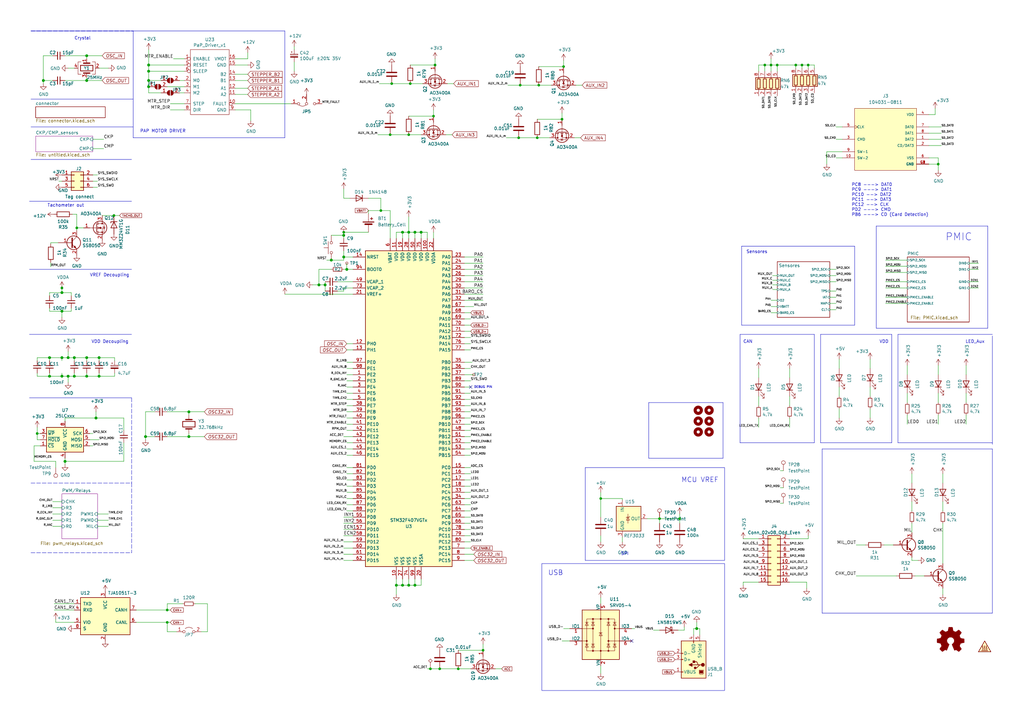
<source format=kicad_sch>
(kicad_sch (version 20231120) (generator "eeschema") (generator_version "7.99")
  (paper "A3")
  (title_block (title "OpenEFI") (date "2023-10-14") (rev "4.0") (company "Churrosoft®") (comment 1 "CERN-OHL-S Licence") (comment 4 "rev 14 from first prototype (2017)"))
  (junction (at 162.56 240.03) (diameter 1.016))
  (junction (at 318.77 26.67))
  (junction (at 68.58 250.19))
  (junction (at 35.56 154.305) (diameter 1.016))
  (junction (at 220.98 34.925))
  (junction (at 25.4 146.685) (diameter 1.016))
  (junction (at 140.97 105.41) (diameter 1.016))
  (junction (at 35.56 22.86) (diameter 1.016))
  (junction (at 59.69 179.07) (diameter 1.016))
  (junction (at 135.89 106.68) (diameter 1.016))
  (junction (at 326.39 26.67))
  (junction (at 60.96 29.21) (diameter 1.016))
  (junction (at 278.765 212.725))
  (junction (at 35.56 146.685) (diameter 1.016))
  (junction (at 213.36 34.925))
  (junction (at 130.81 116.84) (diameter 1.016))
  (junction (at 178.435 26.67))
  (junction (at 30.48 146.685) (diameter 1.016))
  (junction (at 285.75 257.81) (diameter 1.016))
  (junction (at 160.02 55.245))
  (junction (at 316.23 26.67))
  (junction (at 40.64 154.305) (diameter 1.016))
  (junction (at 68.58 255.27))
  (junction (at 170.18 95.25) (diameter 1.016))
  (junction (at 60.96 26.67) (diameter 1.016))
  (junction (at 25.4 154.305) (diameter 1.016))
  (junction (at 384.81 67.31))
  (junction (at 77.47 168.91) (diameter 1.016))
  (junction (at 170.18 240.03) (diameter 1.016))
  (junction (at 167.64 55.245))
  (junction (at 77.47 179.07) (diameter 1.016))
  (junction (at 270.51 212.725))
  (junction (at 27.94 154.305) (diameter 1.016))
  (junction (at 30.48 154.305) (diameter 1.016))
  (junction (at 167.64 95.25) (diameter 1.016))
  (junction (at 230.505 48.895))
  (junction (at 165.1 95.25) (diameter 1.016))
  (junction (at 142.24 110.49) (diameter 1.016))
  (junction (at 177.8 47.625))
  (junction (at 25.4 120.015) (diameter 1.016))
  (junction (at 246.38 204.47))
  (junction (at 176.53 274.32))
  (junction (at 133.35 116.84) (diameter 1.016))
  (junction (at 160.655 34.29))
  (junction (at 26.67 189.23) (diameter 1.016))
  (junction (at 328.93 26.67))
  (junction (at 313.69 26.67))
  (junction (at 331.47 26.67))
  (junction (at 172.72 95.25) (diameter 1.016))
  (junction (at 40.64 146.685) (diameter 1.016))
  (junction (at 60.96 33.02) (diameter 1.016))
  (junction (at 168.275 34.29))
  (junction (at 27.94 146.685) (diameter 1.016))
  (junction (at 156.21 86.36))
  (junction (at 39.37 171.45) (diameter 1.016))
  (junction (at 35.56 33.02) (diameter 1.016))
  (junction (at 17.78 33.02) (diameter 1.016))
  (junction (at 20.32 146.685) (diameter 1.016))
  (junction (at 231.14 27.305))
  (junction (at 212.725 56.515))
  (junction (at 140.97 95.25))
  (junction (at 25.4 118.11))
  (junction (at 46.736 88.392) (diameter 0.9144))
  (junction (at 25.4 127.635) (diameter 1.016))
  (junction (at 198.12 266.7))
  (junction (at 31.496 93.472) (diameter 0.9144))
  (junction (at 167.64 240.03) (diameter 1.016))
  (junction (at 220.345 56.515))
  (junction (at 165.1 240.03) (diameter 1.016))
  (junction (at 180.34 274.32))
  (junction (at 60.96 35.56) (diameter 1.016))
  (junction (at 140.97 96.52) (diameter 1.016))
  (junction (at 15.24 177.8))
  (junction (at 187.96 274.32))
  (junction (at 20.32 154.305) (diameter 1.016))
  (no_connect (at 259.08 262.89))
  (no_connect (at 193.04 158.75))
  (wire (pts (xy 190.5 151.13) (xy 193.04 151.13)))
  (wire (pts (xy 205.74 274.32) (xy 203.2 274.32)))
  (wire (pts (xy 22.86 254) (xy 22.86 255.27)))
  (wire (pts (xy 383.54 46.99) (xy 381 46.99)))
  (wire (pts (xy 140.97 222.25) (xy 144.78 222.25)))
  (wire (pts (xy 15.24 147.955) (xy 15.24 146.685)))
  (wire (pts (xy 96.52 33.02) (xy 101.6 33.02)))
  (wire (pts (xy 128.27 116.84) (xy 130.81 116.84)))
  (wire (pts (xy 151.13 95.25) (xy 140.97 95.25)))
  (wire (pts (xy 35.56 154.305) (xy 30.48 154.305)))
  (wire (pts (xy 170.18 240.03) (xy 167.64 240.03)))
  (wire (pts (xy 363.22 115.57) (xy 372.11 115.57)))
  (wire (pts (xy 190.5 201.93) (xy 193.04 201.93)))
  (polyline (pts (xy 53.975 163.195) (xy 53.975 198.12)) (stroke (width 0) (type dash)))
  (wire (pts (xy 340.36 115.57) (xy 342.9 115.57)))
  (wire (pts (xy 339.09 67.31) (xy 339.09 62.23)))
  (wire (pts (xy 372.11 149.86) (xy 372.11 153.67)))
  (wire (pts (xy 20.32 146.685) (xy 25.4 146.685)))
  (wire (pts (xy 384.81 64.77) (xy 381 64.77)))
  (wire (pts (xy 138.43 115.57) (xy 144.78 115.57)))
  (wire (pts (xy 96.52 45.085) (xy 102.87 45.085)))
  (wire (pts (xy 60.96 35.56) (xy 60.96 33.02)))
  (wire (pts (xy 190.5 123.19) (xy 198.12 123.19)))
  (wire (pts (xy 340.36 124.46) (xy 342.9 124.46)))
  (polyline (pts (xy 337.185 184.15) (xy 337.185 251.46)) (stroke (width 0.152) (type solid)))
  (wire (pts (xy 187.96 266.7) (xy 198.12 266.7)))
  (wire (pts (xy 140.97 212.09) (xy 144.78 212.09)))
  (wire (pts (xy 138.43 119.38) (xy 140.97 119.38)))
  (wire (pts (xy 133.35 116.84) (xy 133.35 115.57)))
  (wire (pts (xy 356.87 158.75) (xy 356.87 162.56)))
  (wire (pts (xy 142.24 161.29) (xy 144.78 161.29)))
  (wire (pts (xy 190.5 176.53) (xy 193.04 176.53)))
  (wire (pts (xy 397.51 107.95) (xy 401.32 107.95)))
  (wire (pts (xy 17.78 22.86) (xy 17.78 33.02)))
  (wire (pts (xy 142.24 204.47) (xy 144.78 204.47)))
  (wire (pts (xy 140.97 110.49) (xy 142.24 110.49)))
  (wire (pts (xy 190.5 196.85) (xy 193.04 196.85)))
  (wire (pts (xy 40.005 71.755) (xy 38.1 71.755)))
  (wire (pts (xy 384.81 161.29) (xy 384.81 165.1)))
  (wire (pts (xy 213.36 34.925) (xy 220.98 34.925)))
  (wire (pts (xy 144.78 151.13) (xy 142.24 151.13)))
  (wire (pts (xy 280.67 257.175) (xy 280.67 258.445)))
  (wire (pts (xy 27.94 27.94) (xy 30.48 27.94)))
  (wire (pts (xy 170.18 240.03) (xy 172.72 240.03)))
  (wire (pts (xy 381 57.15) (xy 386.08 57.15)))
  (wire (pts (xy 190.5 166.37) (xy 193.04 166.37)))
  (wire (pts (xy 135.89 106.68) (xy 140.97 106.68)))
  (wire (pts (xy 397.51 110.49) (xy 401.32 110.49)))
  (wire (pts (xy 35.56 22.86) (xy 35.56 24.13)))
  (wire (pts (xy 316.23 128.27) (xy 318.77 128.27)))
  (wire (pts (xy 20.32 147.955) (xy 20.32 146.685)))
  (wire (pts (xy 316.865 116.84) (xy 318.77 116.84)))
  (wire (pts (xy 38.1 60.96) (xy 42.545 60.96)))
  (wire (pts (xy 20.32 154.305) (xy 15.24 154.305)))
  (wire (pts (xy 21.59 213.36) (xy 25.4 213.36)))
  (wire (pts (xy 384.81 67.31) (xy 384.81 64.77)))
  (wire (pts (xy 381 52.07) (xy 386.08 52.07)))
  (wire (pts (xy 29.21 120.015) (xy 29.21 121.285)))
  (wire (pts (xy 316.865 118.745) (xy 318.77 118.745)))
  (wire (pts (xy 311.15 162.56) (xy 311.15 166.37)))
  (wire (pts (xy 190.5 156.21) (xy 193.04 156.21)))
  (wire (pts (xy 20.828 107.696) (xy 20.828 109.474)))
  (wire (pts (xy 323.85 238.76) (xy 330.835 238.76)))
  (wire (pts (xy 330.835 238.76) (xy 330.835 241.3)))
  (wire (pts (xy 381 59.69) (xy 386.08 59.69)))
  (wire (pts (xy 383.54 44.45) (xy 383.54 46.99)))
  (wire (pts (xy 381 54.61) (xy 386.08 54.61)))
  (polyline (pts (xy 54.61 52.07) (xy 12.7 52.07)) (stroke (width 0) (type solid)))
  (wire (pts (xy 316.865 113.03) (xy 318.77 113.03)))
  (wire (pts (xy 63.5 168.91) (xy 59.69 168.91)))
  (wire (pts (xy 363.22 124.46) (xy 372.11 124.46)))
  (wire (pts (xy 26.67 189.23) (xy 26.67 190.5)))
  (polyline (pts (xy 116.84 56.515) (xy 54.61 56.515)) (stroke (width 0.152) (type solid)))
  (wire (pts (xy 342.9 64.77) (xy 345.44 64.77)))
  (wire (pts (xy 69.85 45.085) (xy 75.565 45.085)))
  (wire (pts (xy 25.4 147.955) (xy 25.4 146.685)))
  (polyline (pts (xy 53.975 110.49) (xy 12.065 110.49)) (stroke (width 0) (type solid)))
  (wire (pts (xy 190.5 222.25) (xy 193.04 222.25)))
  (wire (pts (xy 135.89 110.49) (xy 130.81 110.49)))
  (wire (pts (xy 190.5 194.31) (xy 193.04 194.31)))
  (wire (pts (xy 140.97 119.38) (xy 140.97 118.11)))
  (wire (pts (xy 60.96 33.02) (xy 60.96 29.21)))
  (wire (pts (xy 316.865 114.935) (xy 318.77 114.935)))
  (polyline (pts (xy 53.975 65.405) (xy 12.7 65.405)) (stroke (width 0) (type solid)))
  (wire (pts (xy 142.24 186.69) (xy 144.78 186.69)))
  (wire (pts (xy 374.015 214.63) (xy 374.015 218.44)))
  (polyline (pts (xy 365.76 181.61) (xy 365.76 137.16)) (stroke (width 0.152) (type solid)))
  (wire (pts (xy 26.67 171.45) (xy 39.37 171.45)))
  (wire (pts (xy 278.765 210.82) (xy 278.765 212.725)))
  (wire (pts (xy 15.24 154.305) (xy 15.24 153.035)))
  (wire (pts (xy 96.52 30.48) (xy 101.6 30.48)))
  (wire (pts (xy 246.38 245.11) (xy 246.38 247.65)))
  (wire (pts (xy 344.17 158.75) (xy 344.17 162.56)))
  (wire (pts (xy 68.58 247.65) (xy 68.58 250.19)))
  (wire (pts (xy 190.5 148.59) (xy 193.675 148.59)))
  (wire (pts (xy 267.97 258.445) (xy 270.51 258.445)))
  (polyline (pts (xy 337.185 184.15) (xy 407.035 184.15)) (stroke (width 0.152) (type solid)))
  (wire (pts (xy 20.32 127.635) (xy 20.32 126.365)))
  (wire (pts (xy 176.53 274.32) (xy 175.26 274.32)))
  (wire (pts (xy 144.78 143.51) (xy 142.24 143.51)))
  (wire (pts (xy 313.69 26.67) (xy 313.69 29.21)))
  (polyline (pts (xy 407.035 182.245) (xy 407.035 137.795)) (stroke (width 0.152) (type solid)))
  (wire (pts (xy 59.69 168.91) (xy 59.69 179.07)))
  (wire (pts (xy 85.09 259.08) (xy 82.55 259.08)))
  (wire (pts (xy 40.005 213.36) (xy 44.45 213.36)))
  (wire (pts (xy 167.64 47.625) (xy 177.8 47.625)))
  (wire (pts (xy 213.36 34.925) (xy 208.28 34.925)))
  (wire (pts (xy 323.85 151.13) (xy 323.85 154.94)))
  (wire (pts (xy 193.04 207.01) (xy 190.5 207.01)))
  (wire (pts (xy 374.015 229.87) (xy 376.555 229.87)))
  (wire (pts (xy 190.5 204.47) (xy 193.04 204.47)))
  (wire (pts (xy 59.69 180.34) (xy 59.69 179.07)))
  (polyline (pts (xy 368.3 137.16) (xy 368.3 181.61)) (stroke (width 0.152) (type solid)))
  (wire (pts (xy 73.66 33.02) (xy 75.565 33.02)))
  (polyline (pts (xy 12.7 12.7) (xy 54.61 12.7)) (stroke (width 0) (type solid)))
  (wire (pts (xy 71.12 24.13) (xy 75.565 24.13)))
  (wire (pts (xy 172.72 240.03) (xy 172.72 237.49)))
  (wire (pts (xy 21.59 205.74) (xy 25.4 205.74)))
  (wire (pts (xy 363.22 121.92) (xy 372.11 121.92)))
  (wire (pts (xy 68.58 168.91) (xy 77.47 168.91)))
  (wire (pts (xy 231.14 257.81) (xy 233.68 257.81)))
  (wire (pts (xy 193.04 163.83) (xy 190.5 163.83)))
  (wire (pts (xy 96.52 36.195) (xy 101.6 36.195)))
  (wire (pts (xy 320.04 206.375) (xy 321.31 206.375)))
  (wire (pts (xy 21.59 210.82) (xy 25.4 210.82)))
  (wire (pts (xy 142.24 171.45) (xy 144.78 171.45)))
  (wire (pts (xy 375.285 236.22) (xy 379.095 236.22)))
  (wire (pts (xy 27.94 156.845) (xy 27.94 154.305)))
  (wire (pts (xy 55.88 250.19) (xy 68.58 250.19)))
  (wire (pts (xy 190.5 105.41) (xy 198.12 105.41)))
  (wire (pts (xy 311.15 26.67) (xy 311.15 29.21)))
  (wire (pts (xy 15.24 146.685) (xy 20.32 146.685)))
  (wire (pts (xy 386.715 205.74) (xy 386.715 209.55)))
  (wire (pts (xy 363.22 118.11) (xy 372.11 118.11)))
  (wire (pts (xy 190.5 110.49) (xy 198.12 110.49)))
  (wire (pts (xy 69.85 42.545) (xy 75.565 42.545)))
  (wire (pts (xy 190.5 140.97) (xy 193.04 140.97)))
  (wire (pts (xy 220.345 48.895) (xy 230.505 48.895)))
  (wire (pts (xy 326.39 26.67) (xy 326.39 27.94)))
  (wire (pts (xy 316.23 24.13) (xy 316.23 26.67)))
  (wire (pts (xy 130.81 116.84) (xy 133.35 116.84)))
  (wire (pts (xy 27.94 154.305) (xy 25.4 154.305)))
  (wire (pts (xy 142.24 166.37) (xy 144.78 166.37)))
  (wire (pts (xy 396.24 170.18) (xy 396.24 173.99)))
  (wire (pts (xy 68.58 255.27) (xy 69.85 255.27)))
  (wire (pts (xy 328.93 26.67) (xy 326.39 26.67)))
  (wire (pts (xy 72.39 259.08) (xy 68.58 259.08)))
  (polyline (pts (xy 334.01 137.16) (xy 334.01 181.61)) (stroke (width 0.152) (type solid)))
  (wire (pts (xy 284.48 260.35) (xy 284.48 257.81)))
  (wire (pts (xy 340.36 127) (xy 342.9 127)))
  (polyline (pts (xy 304.165 133.35) (xy 350.52 133.35)) (stroke (width 0.152) (type solid)))
  (wire (pts (xy 38.1 57.15) (xy 42.545 57.15)))
  (wire (pts (xy 316.23 125.73) (xy 318.77 125.73)))
  (polyline (pts (xy 266.065 187.96) (xy 266.065 165.1)) (stroke (width 0.152) (type solid)))
  (wire (pts (xy 101.6 24.13) (xy 101.6 21.59)))
  (wire (pts (xy 285.75 257.81) (xy 285.75 255.27)))
  (wire (pts (xy 334.01 27.94) (xy 334.01 26.67)))
  (wire (pts (xy 156.21 81.28) (xy 156.21 86.36)))
  (polyline (pts (xy 304.165 133.35) (xy 304.165 100.965)) (stroke (width 0.152) (type solid)))
  (wire (pts (xy 190.5 143.51) (xy 193.04 143.51)))
  (wire (pts (xy 140.97 81.28) (xy 143.51 81.28)))
  (polyline (pts (xy 405.13 92.71) (xy 405.13 134.62)) (stroke (width 0) (type solid)))
  (wire (pts (xy 144.78 201.93) (xy 142.24 201.93)))
  (wire (pts (xy 144.78 158.75) (xy 142.24 158.75)))
  (wire (pts (xy 316.23 26.67) (xy 313.69 26.67)))
  (wire (pts (xy 177.8 45.085) (xy 177.8 47.625)))
  (wire (pts (xy 190.5 125.73) (xy 194.31 125.73)))
  (wire (pts (xy 27.94 144.145) (xy 27.94 146.685)))
  (wire (pts (xy 40.005 215.9) (xy 44.45 215.9)))
  (wire (pts (xy 397.51 115.57) (xy 401.32 115.57)))
  (wire (pts (xy 255.27 204.47) (xy 246.38 204.47)))
  (polyline (pts (xy 407.035 184.15) (xy 407.035 251.46)) (stroke (width 0.152) (type solid)))
  (wire (pts (xy 190.5 191.77) (xy 193.04 191.77)))
  (wire (pts (xy 356.87 147.32) (xy 356.87 151.13)))
  (wire (pts (xy 167.64 95.25) (xy 167.64 97.79)))
  (wire (pts (xy 190.5 107.95) (xy 198.12 107.95)))
  (wire (pts (xy 15.24 180.34) (xy 15.24 177.8)))
  (wire (pts (xy 16.51 180.34) (xy 15.24 180.34)))
  (polyline (pts (xy 336.55 181.61) (xy 365.76 181.61)) (stroke (width 0.152) (type solid)))
  (wire (pts (xy 140.97 229.87) (xy 144.78 229.87)))
  (wire (pts (xy 340.36 119.38) (xy 342.9 119.38)))
  (wire (pts (xy 230.505 262.89) (xy 233.68 262.89)))
  (wire (pts (xy 31.496 93.472) (xy 31.496 94.488)))
  (wire (pts (xy 34.29 93.472) (xy 31.496 93.472)))
  (wire (pts (xy 265.43 212.725) (xy 270.51 212.725)))
  (wire (pts (xy 26.67 172.72) (xy 26.67 171.45)))
  (wire (pts (xy 190.5 199.39) (xy 193.04 199.39)))
  (wire (pts (xy 140.97 95.25) (xy 140.97 96.52)))
  (wire (pts (xy 180.34 274.32) (xy 176.53 274.32)))
  (wire (pts (xy 170.18 95.25) (xy 167.64 95.25)))
  (wire (pts (xy 25.4 130.175) (xy 25.4 127.635)))
  (wire (pts (xy 30.48 146.685) (xy 35.56 146.685)))
  (wire (pts (xy 20.32 121.285) (xy 20.32 120.015)))
  (wire (pts (xy 384.81 170.18) (xy 384.81 173.99)))
  (wire (pts (xy 280.67 258.445) (xy 278.13 258.445)))
  (wire (pts (xy 140.97 77.47) (xy 140.97 81.28)))
  (wire (pts (xy 83.82 179.07) (xy 77.47 179.07)))
  (polyline (pts (xy 54.61 40.64) (xy 12.7 40.64)) (stroke (width 0) (type solid)))
  (wire (pts (xy 246.38 204.47) (xy 246.38 212.09)))
  (wire (pts (xy 74.93 247.65) (xy 68.58 247.65)))
  (wire (pts (xy 30.48 153.035) (xy 30.48 154.305)))
  (wire (pts (xy 26.67 22.86) (xy 35.56 22.86)))
  (wire (pts (xy 140.97 96.52) (xy 135.89 96.52)))
  (wire (pts (xy 40.64 154.305) (xy 35.56 154.305)))
  (wire (pts (xy 140.97 118.11) (xy 144.78 118.11)))
  (wire (pts (xy 246.38 273.05) (xy 246.38 276.225)))
  (wire (pts (xy 30.48 154.305) (xy 27.94 154.305)))
  (wire (pts (xy 144.78 191.77) (xy 142.24 191.77)))
  (wire (pts (xy 165.1 95.25) (xy 162.56 95.25)))
  (wire (pts (xy 180.34 274.32) (xy 187.96 274.32)))
  (wire (pts (xy 133.35 116.84) (xy 133.35 119.38)))
  (wire (pts (xy 320.04 193.04) (xy 321.31 193.04)))
  (polyline (pts (xy 334.01 181.61) (xy 303.53 181.61)) (stroke (width 0.152) (type solid)))
  (wire (pts (xy 140.97 224.79) (xy 144.78 224.79)))
  (wire (pts (xy 363.22 111.76) (xy 372.11 111.76)))
  (wire (pts (xy 212.725 56.515) (xy 207.645 56.515)))
  (wire (pts (xy 220.98 34.925) (xy 226.06 34.925)))
  (wire (pts (xy 167.64 88.9) (xy 167.64 95.25)))
  (wire (pts (xy 318.77 26.67) (xy 326.39 26.67)))
  (wire (pts (xy 386.715 214.63) (xy 386.715 231.14)))
  (wire (pts (xy 142.24 148.59) (xy 144.78 148.59)))
  (wire (pts (xy 193.04 161.29) (xy 190.5 161.29)))
  (wire (pts (xy 168.275 34.29) (xy 173.355 34.29)))
  (wire (pts (xy 83.82 168.91) (xy 77.47 168.91)))
  (wire (pts (xy 29.21 126.365) (xy 29.21 127.635)))
  (polyline (pts (xy 53.975 163.195) (xy 12.065 163.195)) (stroke (width 0) (type solid)))
  (wire (pts (xy 59.69 179.07) (xy 63.5 179.07)))
  (wire (pts (xy 25.4 146.685) (xy 27.94 146.685)))
  (wire (pts (xy 73.66 38.1) (xy 75.565 38.1)))
  (wire (pts (xy 287.02 260.35) (xy 287.02 257.81)))
  (wire (pts (xy 186.055 34.29) (xy 183.515 34.29)))
  (wire (pts (xy 190.5 113.03) (xy 198.12 113.03)))
  (wire (pts (xy 41.91 33.02) (xy 35.56 33.02)))
  (wire (pts (xy 142.24 194.31) (xy 144.78 194.31)))
  (wire (pts (xy 40.64 146.685) (xy 40.64 147.955)))
  (polyline (pts (xy 266.065 187.96) (xy 296.545 187.96)) (stroke (width 0.152) (type solid)))
  (wire (pts (xy 194.31 153.67) (xy 190.5 153.67)))
  (wire (pts (xy 193.04 217.17) (xy 190.5 217.17)))
  (wire (pts (xy 178.435 24.13) (xy 178.435 26.67)))
  (wire (pts (xy 30.48 147.955) (xy 30.48 146.685)))
  (wire (pts (xy 142.24 156.21) (xy 144.78 156.21)))
  (wire (pts (xy 270.51 212.725) (xy 270.51 214.63)))
  (wire (pts (xy 46.99 153.035) (xy 46.99 154.305)))
  (wire (pts (xy 193.04 179.07) (xy 190.5 179.07)))
  (wire (pts (xy 316.23 123.19) (xy 318.77 123.19)))
  (wire (pts (xy 60.96 20.32) (xy 60.96 26.67)))
  (wire (pts (xy 278.765 212.725) (xy 278.765 214.63)))
  (wire (pts (xy 339.09 62.23) (xy 345.44 62.23)))
  (wire (pts (xy 142.24 176.53) (xy 144.78 176.53)))
  (wire (pts (xy 120.65 19.05) (xy 120.65 20.32)))
  (wire (pts (xy 187.96 274.32) (xy 193.04 274.32)))
  (wire (pts (xy 60.96 26.67) (xy 75.565 26.67)))
  (wire (pts (xy 140.97 97.79) (xy 140.97 96.52)))
  (wire (pts (xy 68.58 35.56) (xy 75.565 35.56)))
  (wire (pts (xy 384.81 149.86) (xy 384.81 153.67)))
  (wire (pts (xy 44.45 27.94) (xy 40.64 27.94)))
  (wire (pts (xy 340.36 110.49) (xy 342.9 110.49)))
  (wire (pts (xy 328.93 26.67) (xy 331.47 26.67)))
  (wire (pts (xy 60.96 29.21) (xy 75.565 29.21)))
  (wire (pts (xy 25.4 154.305) (xy 20.32 154.305)))
  (polyline (pts (xy 54.61 12.7) (xy 54.61 56.515)) (stroke (width 0.152) (type solid)))
  (wire (pts (xy 60.96 33.02) (xy 66.04 33.02)))
  (wire (pts (xy 160.655 34.29) (xy 168.275 34.29)))
  (wire (pts (xy 30.48 250.19) (xy 22.225 250.19)))
  (wire (pts (xy 320.04 200.025) (xy 321.31 200.025)))
  (polyline (pts (xy 337.185 251.46) (xy 407.035 251.46)) (stroke (width 0.152) (type solid)))
  (wire (pts (xy 328.93 27.94) (xy 328.93 26.67)))
  (wire (pts (xy 15.24 175.26) (xy 15.24 177.8)))
  (wire (pts (xy 15.24 177.8) (xy 16.51 177.8)))
  (wire (pts (xy 13.97 182.88) (xy 16.51 182.88)))
  (wire (pts (xy 170.18 95.25) (xy 170.18 97.79)))
  (wire (pts (xy 190.5 120.65) (xy 198.12 120.65)))
  (wire (pts (xy 372.11 170.18) (xy 372.11 173.99)))
  (wire (pts (xy 46.99 154.305) (xy 40.64 154.305)))
  (wire (pts (xy 304.8 220.98) (xy 311.15 220.98)))
  (polyline (pts (xy 12.7 198.12) (xy 53.975 198.12)) (stroke (width 0) (type dash)))
  (wire (pts (xy 165.1 237.49) (xy 165.1 240.03)))
  (wire (pts (xy 193.04 184.15) (xy 190.5 184.15)))
  (wire (pts (xy 198.12 264.16) (xy 198.12 266.7)))
  (wire (pts (xy 22.86 255.27) (xy 30.48 255.27)))
  (wire (pts (xy 331.47 26.67) (xy 334.01 26.67)))
  (wire (pts (xy 142.24 153.67) (xy 144.78 153.67)))
  (wire (pts (xy 142.24 199.39) (xy 144.78 199.39)))
  (wire (pts (xy 20.828 99.568) (xy 23.876 99.568)))
  (wire (pts (xy 20.828 100.076) (xy 20.828 99.568)))
  (wire (pts (xy 172.72 95.25) (xy 170.18 95.25)))
  (wire (pts (xy 193.04 128.27) (xy 190.5 128.27)))
  (wire (pts (xy 50.8 171.45) (xy 50.8 176.53)))
  (wire (pts (xy 142.24 209.55) (xy 144.78 209.55)))
  (polyline (pts (xy 303.53 137.16) (xy 303.53 181.61)) (stroke (width 0.152) (type solid)))
  (wire (pts (xy 140.97 219.71) (xy 144.78 219.71)))
  (wire (pts (xy 190.5 181.61) (xy 193.04 181.61)))
  (wire (pts (xy 96.52 38.735) (xy 101.6 38.735)))
  (wire (pts (xy 142.24 181.61) (xy 144.78 181.61)))
  (wire (pts (xy 60.96 38.1) (xy 60.96 35.56)))
  (wire (pts (xy 96.52 42.545) (xy 119.38 42.545)))
  (wire (pts (xy 165.1 240.03) (xy 162.56 240.03)))
  (wire (pts (xy 22.225 247.65) (xy 30.48 247.65)))
  (polyline (pts (xy 359.41 92.71) (xy 405.13 92.71)) (stroke (width 0) (type solid)))
  (wire (pts (xy 175.26 97.79) (xy 175.26 95.25)))
  (wire (pts (xy 356.87 167.64) (xy 356.87 171.45)))
  (polyline (pts (xy 336.55 137.16) (xy 365.76 137.16)) (stroke (width 0.152) (type solid)))
  (wire (pts (xy 162.56 240.03) (xy 162.56 237.49)))
  (wire (pts (xy 162.56 95.25) (xy 162.56 97.79)))
  (wire (pts (xy 190.5 229.87) (xy 194.31 229.87)))
  (wire (pts (xy 40.005 76.835) (xy 38.1 76.835)))
  (wire (pts (xy 316.23 26.67) (xy 318.77 26.67)))
  (wire (pts (xy 351.155 223.52) (xy 354.965 223.52)))
  (polyline (pts (xy 53.975 198.12) (xy 53.975 226.695)) (stroke (width 0) (type dash)))
  (wire (pts (xy 323.85 220.98) (xy 331.47 220.98)))
  (wire (pts (xy 331.47 220.98) (xy 331.47 219.71)))
  (wire (pts (xy 162.56 243.84) (xy 162.56 240.03)))
  (wire (pts (xy 140.97 179.07) (xy 144.78 179.07)))
  (wire (pts (xy 46.99 147.955) (xy 46.99 146.685)))
  (wire (pts (xy 140.97 227.33) (xy 144.78 227.33)))
  (wire (pts (xy 140.97 217.17) (xy 144.78 217.17)))
  (wire (pts (xy 193.04 173.99) (xy 190.5 173.99)))
  (wire (pts (xy 220.345 56.515) (xy 225.425 56.515)))
  (wire (pts (xy 304.8 238.76) (xy 304.8 240.03)))
  (wire (pts (xy 311.15 238.76) (xy 304.8 238.76)))
  (polyline (pts (xy 54.61 12.7) (xy 116.84 12.7)) (stroke (width 0.152) (type solid)))
  (wire (pts (xy 167.64 237.49) (xy 167.64 240.03)))
  (wire (pts (xy 165.1 95.25) (xy 165.1 97.79)))
  (wire (pts (xy 362.585 223.52) (xy 366.395 223.52)))
  (wire (pts (xy 374.015 228.6) (xy 374.015 229.87)))
  (wire (pts (xy 238.76 34.925) (xy 236.22 34.925)))
  (wire (pts (xy 193.04 209.55) (xy 190.5 209.55)))
  (wire (pts (xy 50.8 181.61) (xy 50.8 189.23)))
  (wire (pts (xy 342.9 52.07) (xy 345.44 52.07)))
  (wire (pts (xy 231.14 24.765) (xy 231.14 27.305)))
  (wire (pts (xy 316.23 26.67) (xy 316.23 29.21)))
  (polyline (pts (xy 336.55 137.16) (xy 336.55 181.61)) (stroke (width 0.152) (type solid)))
  (wire (pts (xy 142.24 107.95) (xy 142.24 110.49)))
  (wire (pts (xy 140.97 105.41) (xy 140.97 102.87)))
  (wire (pts (xy 396.24 149.86) (xy 396.24 153.67)))
  (wire (pts (xy 311.15 151.13) (xy 311.15 154.94)))
  (wire (pts (xy 13.97 182.88) (xy 13.97 189.23)))
  (wire (pts (xy 22.86 189.23) (xy 13.97 189.23)))
  (wire (pts (xy 22.86 191.77) (xy 22.86 189.23)))
  (wire (pts (xy 193.04 133.35) (xy 190.5 133.35)))
  (wire (pts (xy 190.5 118.11) (xy 198.12 118.11)))
  (wire (pts (xy 25.4 120.015) (xy 29.21 120.015)))
  (wire (pts (xy 40.64 153.035) (xy 40.64 154.305)))
  (wire (pts (xy 386.715 241.3) (xy 386.715 243.84)))
  (wire (pts (xy 25.4 118.11) (xy 25.4 120.015)))
  (wire (pts (xy 190.5 135.89) (xy 193.04 135.89)))
  (wire (pts (xy 190.5 212.09) (xy 193.04 212.09)))
  (wire (pts (xy 190.5 227.33) (xy 194.31 227.33)))
  (wire (pts (xy 311.15 26.67) (xy 313.69 26.67)))
  (wire (pts (xy 270.51 212.725) (xy 278.765 212.725)))
  (wire (pts (xy 177.8 95.25) (xy 177.8 97.79)))
  (wire (pts (xy 246.38 219.71) (xy 246.38 222.25)))
  (wire (pts (xy 36.83 177.8) (xy 38.1 177.8)))
  (wire (pts (xy 35.56 33.02) (xy 35.56 31.75)))
  (wire (pts (xy 102.87 45.085) (xy 102.87 49.53)))
  (wire (pts (xy 374.015 205.74) (xy 374.015 209.55)))
  (wire (pts (xy 323.85 171.45) (xy 323.85 175.26)))
  (wire (pts (xy 27.94 146.685) (xy 30.48 146.685)))
  (polyline (pts (xy 53.975 82.55) (xy 12.065 82.55)) (stroke (width 0) (type solid)))
  (wire (pts (xy 68.58 259.08) (xy 68.58 255.27)))
  (wire (pts (xy 21.59 215.9) (xy 25.4 215.9)))
  (wire (pts (xy 190.5 186.69) (xy 193.04 186.69)))
  (wire (pts (xy 384.81 69.85) (xy 384.81 67.31)))
  (wire (pts (xy 25.4 117.475) (xy 25.4 118.11)))
  (wire (pts (xy 190.5 130.81) (xy 193.04 130.81)))
  (wire (pts (xy 323.85 162.56) (xy 323.85 166.37)))
  (wire (pts (xy 230.505 46.355) (xy 230.505 48.895)))
  (wire (pts (xy 363.22 109.22) (xy 372.11 109.22)))
  (wire (pts (xy 29.718 87.884) (xy 31.496 87.884)))
  (wire (pts (xy 31.496 87.884) (xy 31.496 93.472)))
  (polyline (pts (xy 12.7 226.695) (xy 53.975 226.695)) (stroke (width 0) (type dash)))
  (wire (pts (xy 193.04 168.91) (xy 190.5 168.91)))
  (wire (pts (xy 190.5 219.71) (xy 193.04 219.71)))
  (wire (pts (xy 287.02 257.81) (xy 285.75 257.81)))
  (wire (pts (xy 20.32 120.015) (xy 25.4 120.015)))
  (wire (pts (xy 142.24 163.83) (xy 144.78 163.83)))
  (wire (pts (xy 40.005 74.295) (xy 38.1 74.295)))
  (wire (pts (xy 36.83 182.88) (xy 38.1 182.88)))
  (wire (pts (xy 35.56 146.685) (xy 40.64 146.685)))
  (polyline (pts (xy 368.3 137.16) (xy 407.035 137.16)) (stroke (width 0.152) (type solid)))
  (wire (pts (xy 26.67 33.02) (xy 35.56 33.02)))
  (wire (pts (xy 144.78 196.85) (xy 142.24 196.85)))
  (wire (pts (xy 17.78 33.02) (xy 21.59 33.02)))
  (wire (pts (xy 25.4 153.035) (xy 25.4 154.305)))
  (wire (pts (xy 77.47 168.91) (xy 77.47 170.18)))
  (polyline (pts (xy 116.84 12.7) (xy 116.84 56.515)) (stroke (width 0.152) (type solid)))
  (wire (pts (xy 96.52 26.67) (xy 101.6 26.67)))
  (wire (pts (xy 156.21 86.36) (xy 160.02 86.36)))
  (wire (pts (xy 20.32 153.035) (xy 20.32 154.305)))
  (wire (pts (xy 68.58 179.07) (xy 77.47 179.07)))
  (wire (pts (xy 372.11 161.29) (xy 372.11 165.1)))
  (wire (pts (xy 80.01 247.65) (xy 85.09 247.65)))
  (wire (pts (xy 344.17 147.32) (xy 344.17 151.13)))
  (wire (pts (xy 130.81 110.49) (xy 130.81 116.84)))
  (wire (pts (xy 331.47 27.94) (xy 331.47 26.67)))
  (wire (pts (xy 144.78 207.01) (xy 142.24 207.01)))
  (wire (pts (xy 144.78 168.91) (xy 142.24 168.91)))
  (wire (pts (xy 190.5 158.75) (xy 193.04 158.75)))
  (wire (pts (xy 175.26 95.25) (xy 172.72 95.25)))
  (wire (pts (xy 35.56 153.035) (xy 35.56 154.305)))
  (wire (pts (xy 120.65 25.4) (xy 120.65 29.21)))
  (wire (pts (xy 170.18 237.49) (xy 170.18 240.03)))
  (polyline (pts (xy 350.52 133.35) (xy 350.52 100.965)) (stroke (width 0.152) (type solid)))
  (wire (pts (xy 342.9 57.15) (xy 345.44 57.15)))
  (wire (pts (xy 190.5 171.45) (xy 193.04 171.45)))
  (wire (pts (xy 259.08 257.81) (xy 260.35 257.81)))
  (polyline (pts (xy 303.53 137.16) (xy 334.01 137.16)) (stroke (width 0.152) (type solid)))
  (wire (pts (xy 26.67 187.96) (xy 26.67 189.23)))
  (polyline (pts (xy 266.065 165.1) (xy 296.545 165.1)) (stroke (width 0.152) (type solid)))
  (wire (pts (xy 66.04 38.1) (xy 60.96 38.1)))
  (polyline (pts (xy 12.7 12.7) (xy 54.61 12.7)) (stroke (width 0) (type dash)))
  (wire (pts (xy 39.37 171.45) (xy 50.8 171.45)))
  (wire (pts (xy 40.005 210.82) (xy 44.45 210.82)))
  (wire (pts (xy 381 67.31) (xy 384.81 67.31)))
  (wire (pts (xy 50.8 189.23) (xy 26.67 189.23)))
  (wire (pts (xy 238.125 56.515) (xy 235.585 56.515)))
  (wire (pts (xy 41.91 88.392) (xy 46.736 88.392)))
  (wire (pts (xy 46.736 88.392) (xy 49.022 88.392)))
  (wire (pts (xy 85.09 247.65) (xy 85.09 259.08)))
  (wire (pts (xy 151.13 86.36) (xy 156.21 86.36)))
  (polyline (pts (xy 368.3 181.61) (xy 407.035 181.61)) (stroke (width 0.152) (type solid)))
  (wire (pts (xy 351.155 236.22) (xy 367.665 236.22)))
  (polyline (pts (xy 296.545 187.96) (xy 296.545 165.1)) (stroke (width 0.152) (type solid)))
  (wire (pts (xy 160.02 55.245) (xy 167.64 55.245)))
  (polyline (pts (xy 405.13 134.62) (xy 359.41 134.62)) (stroke (width 0) (type solid)))
  (wire (pts (xy 255.27 205.105) (xy 255.27 204.47)))
  (wire (pts (xy 135.89 106.68) (xy 133.985 106.68)))
  (wire (pts (xy 193.04 138.43) (xy 190.5 138.43)))
  (wire (pts (xy 140.97 106.68) (xy 140.97 105.41)))
  (wire (pts (xy 39.37 168.91) (xy 39.37 171.45)))
  (wire (pts (xy 55.88 255.27) (xy 68.58 255.27)))
  (polyline (pts (xy 359.41 134.62) (xy 359.41 92.71)) (stroke (width 0) (type solid)))
  (wire (pts (xy 220.98 27.305) (xy 231.14 27.305)))
  (wire (pts (xy 190.5 224.79) (xy 193.04 224.79)))
  (wire (pts (xy 168.275 26.67) (xy 178.435 26.67)))
  (wire (pts (xy 397.51 118.11) (xy 401.32 118.11)))
  (wire (pts (xy 255.27 222.25) (xy 255.27 220.345)))
  (wire (pts (xy 41.91 22.86) (xy 35.56 22.86)))
  (wire (pts (xy 167.64 55.245) (xy 172.72 55.245)))
  (wire (pts (xy 116.84 120.65) (xy 144.78 120.65)))
  (wire (pts (xy 396.24 161.29) (xy 396.24 165.1)))
  (wire (pts (xy 151.13 81.28) (xy 156.21 81.28)))
  (wire (pts (xy 25.4 127.635) (xy 20.32 127.635)))
  (wire (pts (xy 36.83 180.34) (xy 40.64 180.34)))
  (wire (pts (xy 167.64 240.03) (xy 165.1 240.03)))
  (wire (pts (xy 193.04 214.63) (xy 190.5 214.63)))
  (wire (pts (xy 172.72 95.25) (xy 172.72 97.79)))
  (wire (pts (xy 17.78 34.29) (xy 17.78 33.02)))
  (wire (pts (xy 340.36 121.92) (xy 342.9 121.92)))
  (wire (pts (xy 167.64 95.25) (xy 165.1 95.25)))
  (wire (pts (xy 77.47 179.07) (xy 77.47 177.8)))
  (wire (pts (xy 21.59 208.28) (xy 25.4 208.28)))
  (wire (pts (xy 24.13 74.295) (xy 25.4 74.295)))
  (wire (pts (xy 46.99 146.685) (xy 40.64 146.685)))
  (wire (pts (xy 340.36 113.03) (xy 342.9 113.03)))
  (wire (pts (xy 246.38 204.47) (xy 246.38 201.93)))
  (wire (pts (xy 60.96 29.21) (xy 60.96 26.67)))
  (wire (pts (xy 140.97 214.63) (xy 144.78 214.63)))
  (wire (pts (xy 160.02 55.245) (xy 154.94 55.245)))
  (wire (pts (xy 144.78 173.99) (xy 142.24 173.99)))
  (wire (pts (xy 68.58 250.19) (xy 69.85 250.19)))
  (wire (pts (xy 142.24 140.97) (xy 144.78 140.97)))
  (polyline (pts (xy 53.975 137.16) (xy 12.065 137.16)) (stroke (width 0) (type solid)))
  (wire (pts (xy 374.015 194.31) (xy 374.015 198.12)))
  (wire (pts (xy 144.78 184.15) (xy 142.24 184.15)))
  (wire (pts (xy 160.02 86.36) (xy 160.02 97.79)))
  (wire (pts (xy 363.22 106.68) (xy 372.11 106.68)))
  (wire (pts (xy 21.59 22.86) (xy 17.78 22.86)))
  (wire (pts (xy 284.48 257.81) (xy 285.75 257.81)))
  (wire (pts (xy 29.21 127.635) (xy 25.4 127.635)))
  (wire (pts (xy 318.77 26.67) (xy 318.77 29.21)))
  (polyline (pts (xy 304.165 100.965) (xy 350.52 100.965)) (stroke (width 0.152) (type solid)))
  (wire (pts (xy 142.24 110.49) (xy 144.78 110.49)))
  (wire (pts (xy 185.42 55.245) (xy 182.88 55.245)))
  (wire (pts (xy 212.725 56.515) (xy 220.345 56.515)))
  (wire (pts (xy 160.655 34.29) (xy 155.575 34.29)))
  (wire (pts (xy 35.56 147.955) (xy 35.56 146.685)))
  (wire (pts (xy 144.78 105.41) (xy 140.97 105.41)))
  (wire (pts (xy 311.15 171.45) (xy 311.15 175.26)))
  (wire (pts (xy 96.52 24.13) (xy 101.6 24.13)))
  (wire (pts (xy 151.13 86.36) (xy 151.13 87.63)))
  (wire (pts (xy 190.5 115.57) (xy 198.12 115.57)))
  (wire (pts (xy 344.17 167.64) (xy 344.17 171.45)))
  (wire (pts (xy 386.715 194.31) (xy 386.715 198.12)))
  (rectangle (start 240.03 191.77) (end 297.18 229.87))
  (rectangle (start 222.25 231.14) (end 297.18 283.21))
  (text "Sensores" (at 306.07 104.14 0) (effects (font (size 1.27 1.27)) (justify left bottom)))
  (text "DEBUG PIN" (at 201.93 159.385 0) (effects (font (size 0.889 0.889)) (justify right bottom)))
  (text "CAN" (at 304.8 140.97 0) (effects (font (size 1.27 1.27)) (justify left bottom)))
  (text "Crystal" (at 30.48 16.51 0) (effects (font (size 1.27 1.27)) (justify left bottom)))
  (text "VDD" (at 364.49 140.97 0) (effects (font (size 1.27 1.27)) (justify right bottom)))
  (text "VREF Decoupling" (at 36.83 113.665 0) (effects (font (size 1.27 1.27)) (justify left bottom)))
  (text "PC8 ---> DAT0\nPC9 ---> DAT1\nPC10 --> DAT2\nPC11 --> DAT3\nPC12 --> CLK\nPD2 ---> CMD\nPB6 ---> CD (Card Detection)" (at 349.25 88.9 0) (effects (font (size 1.27 1.27)) (justify left bottom)))
  (text "PMIC\n" (at 398.78 99.06 0) (effects (font (size 3 3)) (justify right bottom)))
  (text "VDD Decoupling" (at 37.465 140.97 0) (effects (font (size 1.27 1.27)) (justify left bottom)))
  (text "MCU VREF" (at 279.4 198.12 0) (effects (font (size 2 2)) (justify left bottom)))
  (text "LED_Aux" (at 403.86 140.97 0) (effects (font (size 1.27 1.27)) (justify right bottom)))
  (text "SPI" (at 254.635 227.965 0) (effects (font (size 1.27 1.27)) (justify left bottom)))
  (text "PAP MOTOR DRIVER" (at 76.2 54.61 0) (effects (font (size 1.27 1.27)) (justify right bottom)))
  (text "Tachometer out" (at 19.431 85.09 0) (effects (font (size 1.27 1.27)) (justify left bottom)))
  (text "USB" (at 224.79 236.22 0) (effects (font (size 2 2)) (justify left bottom)))
  (label "LED1" (at 193.04 196.85 0) (effects (font (size 0.889 0.889))))
  (label "AUX_CS_1" (at 311.15 223.52 180) (effects (font (size 0.889 0.889))))
  (label "SD_CLK" (at 342.9 52.07 180) (effects (font (size 0.7874 0.7874))))
  (label "PMIC2_CS" (at 193.04 171.45 0) (effects (font (size 0.7874 0.7874))))
  (label "SPI2_MOSI" (at 40.64 180.34 0) (effects (font (size 0.7874 0.7874))))
  (label "SPI2_MISO" (at 342.9 115.57 0) (effects (font (size 0.7874 0.7874))))
  (label "SPI2_MOSI" (at 342.9 113.03 0) (effects (font (size 0.7874 0.7874))))
  (label "R_AAC" (at 142.24 158.75 180) (effects (font (size 0.8 0.8))))
  (label "AUX_CS_2" (at 142.24 186.69 180) (effects (font (size 0.889 0.889))))
  (label "SD_CMD" (at 193.04 163.83 0) (effects (font (size 0.7874 0.7874))))
  (label "R_LMB" (at 21.59 208.28 180) (effects (font (size 0.889 0.889))))
  (label "LED1" (at 384.81 173.99 180))
  (label "PMIC_CS" (at 193.04 143.51 0) (effects (font (size 0.7874 0.7874))))
  (label "SD_CMD" (at 342.9 57.15 180) (effects (font (size 0.7874 0.7874))))
  (label "CAN1_TX" (at 142.24 194.31 180) (effects (font (size 0.889 0.889))))
  (label "MTR_STEP" (at 142.24 166.37 180) (effects (font (size 0.889 0.889))))
  (label "SD_CLK" (at 318.77 39.37 270) (effects (font (size 0.7874 0.7874))))
  (label "CKP" (at 193.04 207.01 0) (effects (font (size 0.889 0.889))))
  (label "MUX_C" (at 142.24 204.47 180) (effects (font (size 0.889 0.889))))
  (label "SD_DAT0" (at 386.08 52.07 0) (effects (font (size 0.7874 0.7874))))
  (label "PA2" (at 198.12 110.49 180))
  (label "AUX_IN_1_m" (at 155.575 34.29 180) (effects (font (size 0.889 0.889))))
  (label "CHK" (at 386.715 218.44 180))
  (label "LED2" (at 193.04 199.39 0) (effects (font (size 0.889 0.889))))
  (label "PMIC1_ENABLE" (at 193.04 179.07 0) (effects (font (size 0.7874 0.7874))))
  (label "MUX_OUT" (at 198.12 123.19 180) (effects (font (size 0.889 0.889))))
  (label "PA4" (at 316.23 123.19 180) (effects (font (size 0.7874 0.7874))))
  (label "MUX_B" (at 316.865 116.84 180) (effects (font (size 0.889 0.889))))
  (label "SPI2_MOSI" (at 320.04 200.025 180) (effects (font (size 0.7874 0.7874))))
  (label "CKP" (at 42.545 57.15 0))
  (label "AUX_IN_2_m" (at 140.97 224.79 180) (effects (font (size 0.889 0.889))))
  (label "SPI2_MISO" (at 38.1 182.88 0) (effects (font (size 0.7874 0.7874))))
  (label "AUX_IN_2_m" (at 208.28 34.925 180) (effects (font (size 0.889 0.889))))
  (label "SD_DAT2" (at 331.47 38.1 270) (effects (font (size 0.7874 0.7874))))
  (label "RPM_OUT" (at 20.828 109.474 0) (effects (font (size 0.889 0.889))))
  (label "LED2" (at 396.24 173.99 180))
  (label "VBUS" (at 267.97 258.445 180) (effects (font (size 0.8 0.8))))
  (label "CAN1_RX" (at 22.225 250.19 0))
  (label "LED_CAN_TX" (at 142.24 209.55 180) (effects (font (size 0.889 0.889))))
  (label "AUX_CS_2" (at 311.15 226.06 180) (effects (font (size 0.889 0.889))))
  (label "MTR_STEP" (at 69.85 42.545 180))
  (label "MIL_OUT" (at 44.45 215.9 0) (effects (font (size 0.8 0.8))))
  (label "SPI2_MISO" (at 323.85 228.6 0) (effects (font (size 0.7874 0.7874))))
  (label "MEMORY_CS" (at 142.24 181.61 180) (effects (font (size 0.8 0.8))))
  (label "BARO_CS" (at 198.12 120.65 180))
  (label "AUX_IN_4_m" (at 207.645 56.515 180) (effects (font (size 0.889 0.889))))
  (label "R_AAC" (at 21.59 215.9 180) (effects (font (size 0.8 0.8))))
  (label "AUX_OUT_1" (at 193.04 201.93 0) (effects (font (size 0.889 0.889))))
  (label "LED_CAN_RX" (at 142.24 207.01 180) (effects (font (size 0.889 0.889))))
  (label "SPI2_SCK" (at 342.9 110.49 0) (effects (font (size 0.7874 0.7874))))
  (label "SYS_SWDIO" (at 193.04 138.43 0) (effects (font (size 0.9906 0.9906))))
  (label "TIM9_CH1" (at 44.45 213.36 0) (effects (font (size 0.8 0.8))))
  (label "SD_CD" (at 342.9 64.77 180) (effects (font (size 0.889 0.889))))
  (label "SD_DAT0" (at 193.04 212.09 0) (effects (font (size 0.7874 0.7874))))
  (label "PA4" (at 198.12 115.57 180))
  (label "CMP" (at 42.545 60.96 0))
  (label "NRST" (at 133.985 106.68 180) (effects (font (size 0.9906 0.9906))))
  (label "SPI2_MOSI" (at 363.22 109.22 0) (effects (font (size 0.7874 0.7874))))
  (label "AUX_IN_6" (at 193.04 166.37 0) (effects (font (size 0.889 0.889))))
  (label "MUX_A" (at 142.24 199.39 180) (effects (font (size 0.889 0.889))))
  (label "MTR_FAULT" (at 132.08 42.545 0) (effects (font (size 0.889 0.889))))
  (label "SPI2_MOSI" (at 193.04 186.69 0) (effects (font (size 0.7874 0.7874))))
  (label "PA2" (at 342.9 124.46 0) (effects (font (size 0.7874 0.7874))))
  (label "CMP" (at 193.04 209.55 0) (effects (font (size 0.889 0.889))))
  (label "MUX_OUT" (at 316.865 113.03 180) (effects (font (size 0.889 0.889))))
  (label "SPI2_SCK" (at 38.1 177.8 0) (effects (font (size 0.7874 0.7874))))
  (label "SD_CD" (at 142.24 196.85 180) (effects (font (size 0.889 0.889))))
  (label "AUX_IN_6" (at 311.15 231.14 180) (effects (font (size 0.889 0.889))))
  (label "TIM9_CH2" (at 142.24 163.83 180) (effects (font (size 0.8 0.8))))
  (label "LED0" (at 193.04 194.31 0) (effects (font (size 0.889 0.889))))
  (label "SD_DAT3" (at 386.08 59.69 0) (effects (font (size 0.7874 0.7874))))
  (label "SPI2_SCK" (at 363.22 106.68 0) (effects (font (size 0.7874 0.7874))))
  (label "LED0" (at 372.11 173.99 0))
  (label "MTR_DIR" (at 142.24 168.91 180) (effects (font (size 0.889 0.889))))
  (label "TIM9_CH1" (at 142.24 161.29 180) (effects (font (size 0.8 0.8))))
  (label "SPI2_SCK" (at 320.04 193.04 180) (effects (font (size 0.7874 0.7874))))
  (label "AUX_OUT_3" (at 323.85 236.22 0) (effects (font (size 0.889 0.889))))
  (label "ACC_DET" (at 140.97 179.07 180) (effects (font (size 0.889 0.889))))
  (label "AUX_IN_5" (at 193.04 161.29 0) (effects (font (size 0.889 0.889))))
  (label "CHK_OUT" (at 351.155 236.22 180))
  (label "ECN1" (at 140.97 217.17 0))
  (label "USB_D+" (at 230.505 262.89 180) (effects (font (size 0.9906 0.9906))))
  (label "INY1" (at 401.32 107.95 180) (effects (font (size 0.7874 0.7874))))
  (label "PMIC2_ENABLE" (at 193.04 181.61 0) (effects (font (size 0.7874 0.7874))))
  (label "R_ECN_INY" (at 21.59 210.82 180) (effects (font (size 0.8 0.8))))
  (label "SPI2_MISO" (at 363.22 111.76 0) (effects (font (size 0.7874 0.7874))))
  (label "SPI2_SCK" (at 193.04 173.99 0) (effects (font (size 0.7874 0.7874))))
  (label "MUX_A" (at 316.865 118.745 180) (effects (font (size 0.889 0.889))))
  (label "LED_CAN_RX" (at 323.85 175.26 180) (effects (font (size 0.889 0.889))))
  (label "PMIC1_ENABLE" (at 363.22 121.92 0) (effects (font (size 0.7874 0.7874))))
  (label "CHK_OUT" (at 21.59 205.74 180) (effects (font (size 0.8 0.8))))
  (label "R_LMB" (at 142.24 148.59 180) (effects (font (size 0.889 0.889))))
  (label "PA3" (at 198.12 113.03 180))
  (label "MIL_OUT" (at 351.155 223.52 180))
  (label "RPM_OUT" (at 142.24 176.53 180) (effects (font (size 0.889 0.889))))
  (label "MUX_B" (at 142.24 201.93 180) (effects (font (size 0.889 0.889))))
  (label "SPI2_MISO" (at 193.04 184.15 0) (effects (font (size 0.7874 0.7874))))
  (label "PA5" (at 198.12 118.11 180))
  (label "MIL" (at 374.015 218.44 180))
  (label "MTR_DIR" (at 69.85 45.085 180))
  (label "AUX_OUT_2" (at 193.04 204.47 0) (effects (font (size 0.889 0.889))))
  (label "NRST" (at 24.13 74.295 180) (effects (font (size 0.9906 0.9906))))
  (label "PA3" (at 342.9 127 0) (effects (font (size 0.7874 0.7874))))
  (label "AUX_IN_8" (at 142.24 151.13 180) (effects (font (size 0.889 0.889))))
  (label "ECN2" (at 401.32 118.11 180) (effects (font (size 0.7874 0.7874))))
  (label "ECN1" (at 401.32 115.57 180) (effects (font (size 0.7874 0.7874))))
  (label "SPI2_SCK" (at 323.85 223.52 0) (effects (font (size 0.7874 0.7874))))
  (label "SD_DAT0" (at 316.23 39.37 270) (effects (font (size 0.7874 0.7874))))
  (label "AUX_OUT_3" (at 193.675 148.59 0) (effects (font (size 0.889 0.889))))
  (label "PMIC2_ENABLE" (at 363.22 124.46 0) (effects (font (size 0.7874 0.7874))))
  (label "PA0" (at 198.12 105.41 180))
  (label "SPI2_MOSI" (at 323.85 226.06 0) (effects (font (size 0.7874 0.7874))))
  (label "SD_CLK" (at 193.04 222.25 0) (effects (font (size 0.7874 0.7874))))
  (label "SD_CMD" (at 326.39 38.1 270) (effects (font (size 0.7874 0.7874))))
  (label "ADC_CS" (at 193.04 191.77 0) (effects (font (size 0.889 0.889))))
  (label "AUX_IN_1_m" (at 140.97 222.25 180) (effects (font (size 0.889 0.889))))
  (label "SD_DAT1" (at 193.04 214.63 0) (effects (font (size 0.7874 0.7874))))
  (label "AUX_IN_8" (at 311.15 236.22 180) (effects (font (size 0.889 0.889))))
  (label "SYS_SWDIO" (at 40.005 71.755 0) (effects (font (size 0.9906 0.9906))))
  (label "AUX_IN_7" (at 193.04 168.91 0) (effects (font (size 0.889 0.889))))
  (label "PMIC1_CS" (at 363.22 115.57 0) (effects (font (size 0.7874 0.7874))))
  (label "CAN1_TX" (at 22.225 247.65 0))
  (label "SD_DAT3" (at 193.04 219.71 0) (effects (font (size 0.7874 0.7874))))
  (label "AUX_CS_1" (at 142.24 184.15 180) (effects (font (size 0.889 0.889))))
  (label "TIM9_CH2" (at 44.45 210.82 0) (effects (font (size 0.8 0.8))))
  (label "SYS_SWO" (at 40.005 76.835 0) (effects (font (size 0.9906 0.9906))))
  (label "PA0" (at 342.9 119.38 0) (effects (font (size 0.7874 0.7874))))
  (label "INY1" (at 140.97 212.09 0))
  (label "R_GNC_GLP" (at 142.24 156.21 180) (effects (font (size 0.8 0.8))))
  (label "MEMORY_CS" (at 13.97 187.96 0) (effects (font (size 0.8 0.8))))
  (label "SD_DAT1" (at 386.08 54.61 0) (effects (font (size 0.7874 0.7874))))
  (label "USB_D-" (at 231.14 257.81 180) (effects (font (size 0.9906 0.9906))))
  (label "PMIC1_CS" (at 193.04 176.53 0) (effects (font (size 0.7874 0.7874))))
  (label "INY2" (at 140.97 214.63 0))
  (label "BARO_CS" (at 316.23 128.27 180) (effects (font (size 0.7874 0.7874))))
  (label "PA1" (at 198.12 107.95 180))
  (label "AUX_OUT_4" (at 193.04 130.81 0) (effects (font (size 0.889 0.889))))
  (label "SD_DAT2" (at 193.04 217.17 0) (effects (font (size 0.7874 0.7874))))
  (label "MTR_ENABLE" (at 142.24 173.99 180) (effects (font (size 0.889 0.889))))
  (label "SPI2_MISO" (at 320.04 206.375 180) (effects (font (size 0.7874 0.7874))))
  (label "AUX_IN_5" (at 311.15 228.6 180) (effects (font (size 0.889 0.889))))
  (label "VBUS" (at 260.35 257.81 0) (effects (font (size 0.8 0.8))))
  (label "R_ECN_INY" (at 142.24 153.67 180) (effects (font (size 0.8 0.8))))
  (label "CAN1_RX" (at 142.24 191.77 180) (effects (font (size 0.889 0.889))))
  (label "AUX_IN_3_m" (at 154.94 55.245 180) (effects (font (size 0.889 0.889))))
  (label "AUX_OUT_2" (at 323.85 233.68 0) (effects (font (size 0.889 0.889))))
  (label "MUX_C" (at 316.865 114.935 180) (effects (font (size 0.889 0.889))))
  (label "SD_DAT2" (at 386.08 57.15 0) (effects (font (size 0.7874 0.7874))))
  (label "MTR_ENABLE" (at 71.12 24.13 180))
  (label "LED_CAN_TX" (at 311.15 175.26 180) (effects (font (size 0.889 0.889))))
  (label "ECN2" (at 140.97 219.71 0))
  (label "MIL_OUT" (at 194.31 125.73 0) (effects (font (size 0.889 0.889))))
  (label "SD_DAT1" (at 313.69 39.37 270) (effects (font (size 0.7874 0.7874))))
  (label "SYS_SWCLK" (at 193.04 140.97 0) (effects (font (size 0.9906 0.9906))))
  (label "R_GNC_GLP" (at 21.59 213.36 180) (effects (font (size 0.8 0.8))))
  (label "AUX_IN_3_m" (at 140.97 227.33 180) (effects (font (size 0.889 0.889))))
  (label "PA5" (at 316.23 125.73 180) (effects (font (size 0.7874 0.7874))))
  (label "MTR_FAULT" (at 142.24 171.45 180) (effects (font (size 0.889 0.889))))
  (label "AUX_IN_4_m" (at 140.97 229.87 180) (effects (font (size 0.889 0.889))))
  (label "SD_DAT3" (at 328.93 38.1 270) (effects (font (size 0.7874 0.7874))))
  (label "PA1" (at 342.9 121.92 0) (effects (font (size 0.7874 0.7874))))
  (label "INY2" (at 401.32 110.49 180) (effects (font (size 0.7874 0.7874))))
  (label "CHK_OUT" (at 193.04 151.13 0) (effects (font (size 0.889 0.889))))
  (label "ACC_DET" (at 175.26 274.32 180) (effects (font (size 0.889 0.889))))
  (label "SYS_SWCLK" (at 40.005 74.295 0) (effects (font (size 0.9906 0.9906))))
  (label "AUX_OUT_1" (at 323.85 231.14 0) (effects (font (size 0.889 0.889))))
  (label "SYS_SWO" (at 193.04 156.21 0) (effects (font (size 0.9906 0.9906))))
  (label "SD_CD" (at 334.01 38.1 270) (effects (font (size 0.889 0.889))))
  (label "PMIC2_CS" (at 363.22 118.11 0) (effects (font (size 0.7874 0.7874))))
  (label "AUX_IN_7" (at 311.15 233.68 180) (effects (font (size 0.889 0.889))))
  (global_label "AUX_IN2" (shape input) (at 238.76 34.925 0) (property "Intersheetrefs" "${INTERSHEET_REFS}" (effects (hide yes))))
  (global_label "5V_ENABLE" (shape input) (at 193.04 224.79 0) (effects (font (size 0.889 0.889))) (property "Intersheetrefs" "${INTERSHEET_REFS}" (effects (hide yes))))
  (global_label "OSC_OUT" (shape input) (at 142.24 143.51 180) (effects (font (italic yes))) (property "Intersheetrefs" "${INTERSHEET_REFS}" (effects (hide yes))))
  (global_label "OSC32_IN" (shape input) (at 194.31 227.33 0) (effects (font (italic yes))) (property "Intersheetrefs" "${INTERSHEET_REFS}" (effects (hide yes))))
  (global_label "OSC32_OUT" (shape input) (at 194.31 229.87 0) (effects (font (italic yes))) (property "Intersheetrefs" "${INTERSHEET_REFS}" (effects (hide yes))))
  (global_label "OSC_OUT" (shape input) (at 41.91 33.02 0) (effects (font (italic yes))) (property "Intersheetrefs" "${INTERSHEET_REFS}" (effects (hide yes))))
  (global_label "STEPPER_B1" (shape input) (at 101.6 33.02 0) (property "Intersheetrefs" "${INTERSHEET_REFS}" (effects (hide yes))))
  (global_label "OSC_IN" (shape input) (at 41.91 22.86 0) (effects (font (italic yes))) (property "Intersheetrefs" "${INTERSHEET_REFS}" (effects (hide yes))))
  (global_label "CAN+" (shape input) (at 69.85 250.19 0) (effects (font (size 0.889 0.889))) (property "Intersheetrefs" "${INTERSHEET_REFS}" (effects (hide yes))))
  (global_label "USB_D+" (shape input) (at 276.86 270.51 180) (effects (font (size 0.889 0.889))) (property "Intersheetrefs" "${INTERSHEET_REFS}" (effects (hide yes))))
  (global_label "AUX_IN1" (shape input) (at 186.055 34.29 0) (property "Intersheetrefs" "${INTERSHEET_REFS}" (effects (hide yes))))
  (global_label "VBUS" (shape input) (at 193.04 128.27 0) (effects (font (size 0.889 0.889))) (property "Intersheetrefs" "${INTERSHEET_REFS}" (effects (hide yes))))
  (global_label "ACC" (shape input) (at 205.74 274.32 0) (effects (font (size 0.889 0.889))) (property "Intersheetrefs" "${INTERSHEET_REFS}" (effects (hide yes))))
  (global_label "OSC32_OUT" (shape input) (at 83.82 179.07 0) (effects (font (italic yes))) (property "Intersheetrefs" "${INTERSHEET_REFS}" (effects (hide yes))))
  (global_label "USB_D+" (shape input) (at 193.04 135.89 0) (effects (font (size 0.889 0.889))) (property "Intersheetrefs" "${INTERSHEET_REFS}" (effects (hide yes))))
  (global_label "USB_D-" (shape input) (at 193.04 133.35 0) (effects (font (size 0.889 0.889))) (property "Intersheetrefs" "${INTERSHEET_REFS}" (effects (hide yes))))
  (global_label "CAN-" (shape input) (at 69.85 255.27 0) (effects (font (size 0.889 0.889))) (property "Intersheetrefs" "${INTERSHEET_REFS}" (effects (hide yes))))
  (global_label "USB_D-" (shape input) (at 276.86 267.97 180) (effects (font (size 0.889 0.889))) (property "Intersheetrefs" "${INTERSHEET_REFS}" (effects (hide yes))))
  (global_label "OSC_IN" (shape input) (at 142.24 140.97 180) (effects (font (italic yes))) (property "Intersheetrefs" "${INTERSHEET_REFS}" (effects (hide yes))))
  (global_label "AUX_IN4" (shape input) (at 238.125 56.515 0) (property "Intersheetrefs" "${INTERSHEET_REFS}" (effects (hide yes))))
  (global_label "OSC32_IN" (shape input) (at 83.82 168.91 0) (effects (font (italic yes))) (property "Intersheetrefs" "${INTERSHEET_REFS}" (effects (hide yes))))
  (global_label "VBATT" (shape input) (at 151.13 86.36 180) (effects (font (size 0.889 0.889))) (property "Intersheetrefs" "${INTERSHEET_REFS}" (effects (hide yes))))
  (global_label "TACHO_OUT" (shape input) (at 49.022 88.392 0) (effects (font (size 0.889 0.889))) (property "Intersheetrefs" "${INTERSHEET_REFS}" (effects (hide yes))))
  (global_label "AUX_IN3" (shape input) (at 185.42 55.245 0) (property "Intersheetrefs" "${INTERSHEET_REFS}" (effects (hide yes))))
  (global_label "STEPPER_B2" (shape input) (at 101.6 30.48 0) (property "Intersheetrefs" "${INTERSHEET_REFS}" (effects (hide yes))))
  (global_label "STEPPER_A1" (shape input) (at 101.6 36.195 0) (property "Intersheetrefs" "${INTERSHEET_REFS}" (effects (hide yes))))
  (global_label "VBUS" (shape input) (at 276.86 275.59 180) (effects (font (size 0.889 0.889))) (property "Intersheetrefs" "${INTERSHEET_REFS}" (effects (hide yes))))
  (global_label "STEPPER_A2" (shape input) (at 101.6 38.735 0) (property "Intersheetrefs" "${INTERSHEET_REFS}" (effects (hide yes))))
  (symbol (lib_id "Device:Crystal_GND24") (at 35.56 27.94 270) (unit 1)
    (property "Reference" "Y1" (at 34.29 27.94 90) (effects (justify left)))
    (property "Value" "25MHz" (at 35.56 31.75 90) (effects (justify left)))
    (property "Footprint" "Crystal:Crystal_SMD_3225-4Pin_3.2x2.5mm" (effects (hide yes)))
    (property "LCSC" "C9006" (effects (hide yes)))
  )
  (symbol (lib_id "power:GND") (at 44.45 27.94 90) (unit 1)
    (property "Reference" "#PWR0105" (effects (hide yes)))
    (property "Value" "GND" (at 47.7012 27.813 90) (effects (justify right)))
  )
  (symbol (lib_id "power:GND") (at 27.94 27.94 270) (unit 1)
    (property "Reference" "#PWR0106" (effects (hide yes)))
    (property "Value" "GND" (at 24.6888 28.067 90) (effects (justify right)))
  )
  (symbol (lib_id "power:GND") (at 17.78 34.29 0) (unit 1)
    (property "Reference" "#PWR0107" (effects (hide yes)))
    (property "Value" "GND" (at 17.907 38.6842 0))
  )
  (symbol (lib_id "Device:C_Small") (at 24.13 33.02 270) (unit 1)
    (property "Reference" "C3" (at 21.59 34.29 90))
    (property "Value" "15pF" (at 27.94 34.29 90))
    (property "Footprint" "Capacitor_SMD:C_0805_2012Metric" (effects (hide yes)))
    (property "LCSC" "C1794" (effects (hide yes)))
  )
  (symbol (lib_id "Device:C_Small") (at 24.13 22.86 270) (unit 1)
    (property "Reference" "C2" (at 21.59 21.59 90))
    (property "Value" "15pF" (at 27.94 21.59 90))
    (property "Footprint" "Capacitor_SMD:C_0805_2012Metric" (effects (hide yes)))
    (property "LCSC" "C1794" (effects (hide yes)))
  )
  (symbol (lib_id "Device:C_Small") (at 15.24 150.495 0) (unit 1)
    (property "Reference" "C10" (at 15.24 149.225 0) (effects (justify left)))
    (property "Value" "100nF" (at 20.32 156.845 0) (effects (justify left)))
    (property "Footprint" "Capacitor_SMD:C_0805_2012Metric" (effects (hide yes)))
    (property "LCSC" "C49678" (effects (hide yes)))
  )
  (symbol (lib_id "Device:C_Small") (at 20.32 150.495 0) (unit 1)
    (property "Reference" "C11" (at 20.32 149.225 0) (effects (justify left)))
    (property "Value" "100nF" (effects (hide yes)))
    (property "Footprint" "Capacitor_SMD:C_0805_2012Metric" (effects (hide yes)))
    (property "LCSC" "C49678" (effects (hide yes)))
  )
  (symbol (lib_id "Device:C_Small") (at 30.48 150.495 0) (unit 1)
    (property "Reference" "C13" (at 30.48 149.225 0) (effects (justify left)))
    (property "Value" "100nF" (effects (hide yes)))
    (property "Footprint" "Capacitor_SMD:C_0805_2012Metric" (effects (hide yes)))
    (property "LCSC" "C49678" (effects (hide yes)))
  )
  (symbol (lib_id "Device:C_Small") (at 35.56 150.495 0) (unit 1)
    (property "Reference" "C14" (at 35.56 149.225 0) (effects (justify left)))
    (property "Value" "100nF" (effects (hide yes)))
    (property "Footprint" "Capacitor_SMD:C_0805_2012Metric" (effects (hide yes)))
    (property "LCSC" "C49678" (effects (hide yes)))
  )
  (symbol (lib_id "Device:C_Small") (at 40.64 150.495 0) (unit 1)
    (property "Reference" "C15" (at 40.64 149.225 0) (effects (justify left)))
    (property "Value" "100nF" (effects (hide yes)))
    (property "Footprint" "Capacitor_SMD:C_0805_2012Metric" (effects (hide yes)))
    (property "LCSC" "C49678" (effects (hide yes)))
  )
  (symbol (lib_id "power:+3V3") (at 27.94 144.145 0) (unit 1)
    (property "Reference" "#PWR0108" (effects (hide yes)))
    (property "Value" "+3V3" (at 28.321 139.7508 0))
  )
  (symbol (lib_id "Device:CP_Small") (at 46.99 150.495 0) (unit 1)
    (property "Reference" "C16" (at 48.26 149.225 0) (effects (justify left)))
    (property "Value" "4.7uF" (at 48.26 153.035 0) (effects (justify left)))
    (property "Footprint" "Capacitor_SMD:C_0805_2012Metric" (effects (hide yes)))
    (property "LCSC" "C1779" (effects (hide yes)))
  )
  (symbol (lib_id "Device:C_Small") (at 20.32 123.825 0) (unit 1)
    (property "Reference" "C5" (at 21.59 121.285 0) (effects (justify left)))
    (property "Value" "100nF" (at 21.59 126.365 0) (effects (justify left)))
    (property "Footprint" "Capacitor_SMD:C_0805_2012Metric" (effects (hide yes)))
    (property "LCSC" "C49678" (effects (hide yes)))
  )
  (symbol (lib_id "Device:C_Small") (at 29.21 123.825 0) (unit 1)
    (property "Reference" "C6" (at 30.48 121.285 0) (effects (justify left)))
    (property "Value" "1uF" (at 30.48 126.365 0) (effects (justify left)))
    (property "Footprint" "Capacitor_SMD:C_0805_2012Metric" (effects (hide yes)))
    (property "LCSC" "C28323" (effects (hide yes)))
  )
  (symbol (lib_id "power:GND") (at 25.4 130.175 0) (unit 1)
    (property "Reference" "#PWR0110" (effects (hide yes)))
    (property "Value" "GND" (at 25.527 134.5692 0))
  )
  (symbol (lib_id "power:GND") (at 27.94 156.845 0) (unit 1)
    (property "Reference" "#PWR0111" (effects (hide yes)))
    (property "Value" "GND" (at 28.067 161.2392 0))
  )
  (symbol (lib_id "MCU_ST_STM32F4:STM32F407VGTx") (at 167.64 166.37 0) (unit 1)
    (property "Reference" "U3" (at 167.64 215.9 0))
    (property "Value" "STM32F407VGTx" (at 167.64 213.36 0))
    (property "Footprint" "Package_QFP:LQFP-100_14x14mm_P0.5mm" (effects (hide yes)))
    (property "Datasheet" "http://www.st.com/st-web-ui/static/active/en/resource/technical/document/datasheet/DM00037051.pdf" (effects (hide yes)))
    (property "LCSC" "C12345" (effects (hide yes)))
  )
  (symbol (lib_id "Device:C_Small") (at 135.89 119.38 270) (unit 1)
    (property "Reference" "C8" (at 132.08 120.65 90) (effects (justify left)))
    (property "Value" "2.2uF" (at 137.16 118.11 90) (effects (justify left)))
    (property "Footprint" "Capacitor_SMD:C_0805_2012Metric" (effects (hide yes)))
    (property "Note" "Low ESR <2Ohm" (effects (hide yes)))
    (property "LCSC" "C377773" (effects (hide yes)))
  )
  (symbol (lib_id "Device:C_Small") (at 135.89 115.57 270) (unit 1)
    (property "Reference" "C7" (at 132.08 114.3 90) (effects (justify left)))
    (property "Value" "2.2uF" (at 137.16 114.3 90) (effects (justify left)))
    (property "Footprint" "Capacitor_SMD:C_0805_2012Metric" (effects (hide yes)))
    (property "Note" "Low ESR <2Ohm" (effects (hide yes)))
    (property "LCSC" "C377773" (effects (hide yes)))
  )
  (symbol (lib_id "power:GND") (at 128.27 116.84 270) (unit 1)
    (property "Reference" "#PWR0116" (effects (hide yes)))
    (property "Value" "GND" (at 125.0188 116.967 90) (effects (justify right)))
  )
  (symbol (lib_id "power:+3V3") (at 167.64 88.9 0) (unit 1)
    (property "Reference" "#PWR0115" (effects (hide yes)))
    (property "Value" "+3V3" (at 168.021 85.6488 90) (effects (justify left)))
  )
  (symbol (lib_id "power:GND") (at 162.56 243.84 0) (unit 1)
    (property "Reference" "#PWR0114" (effects (hide yes)))
    (property "Value" "GND" (at 162.687 248.2342 0))
  )
  (symbol (lib_id "Device:C_Small") (at 140.97 100.33 0) (unit 1)
    (property "Reference" "C9" (at 142.24 97.79 0) (effects (justify left)))
    (property "Value" "100nF" (at 142.24 102.87 0) (effects (justify left)))
    (property "Footprint" "Capacitor_SMD:C_0805_2012Metric" (effects (hide yes)))
    (property "LCSC" "C49678" (effects (hide yes)))
  )
  (symbol (lib_id "Switch:SW_Push") (at 135.89 101.6 90) (unit 1)
    (property "Reference" "SW1" (at 133.35 96.52 0) (effects (justify right)))
    (property "Value" "SW_Push" (effects (hide yes)))
    (property "Footprint" "Button_Switch_SMD:SW_SPST_TL3342" (effects (hide yes)))
  )
  (symbol (lib_id "Device:R_Small") (at 138.43 110.49 270) (unit 1)
    (property "Reference" "R2" (at 138.43 110.49 90))
    (property "Value" "10k" (at 138.43 108.585 90))
    (property "Footprint" "Resistor_SMD:R_0603_1608Metric" (effects (hide yes)))
    (property "LCSC" "C25804" (effects (hide yes)))
  )
  (symbol (lib_id "Connector:TestPoint_Small") (at 142.24 107.95 0) (unit 1)
    (property "Reference" "TP1" (at 143.4592 107.95 0) (effects (justify left)))
    (property "Value" "BOOT0" (effects (hide yes)))
    (property "Footprint" "TestPoint:TestPoint_Pad_D2.0mm" (effects (hide yes)))
  )
  (symbol (lib_id "Connector:TestPoint_Small") (at 194.31 153.67 0) (unit 1)
    (property "Reference" "TP2" (at 194.31 153.67 0) (effects (justify left)))
    (property "Value" "BOOT1" (effects (hide yes)))
    (property "Footprint" "TestPoint:TestPoint_Pad_D2.0mm" (effects (hide yes)))
  )
  (symbol (lib_id "power:GND") (at 140.97 95.25 180) (unit 1)
    (property "Reference" "#PWR0112" (effects (hide yes)))
    (property "Value" "GND" (at 140.843 90.8558 0))
  )
  (symbol (lib_id "STM32F_rev3-rescue:USB_B-Connector") (at 284.48 270.51 180) (unit 1) (in_bom no)
    (property "Reference" "J1" (at 291.2872 276.6568 0))
    (property "Value" "USB_B" (at 293.1922 274.3454 0))
    (property "Footprint" "Connector_USB:USB_Mini-B_Tensility_54-00023_Vertical" (effects (hide yes)))
    (property "Datasheet" " ~" (effects (hide yes)))
    (property "LCSC" "C2682228" (effects (hide yes)))
  )
  (symbol (lib_id "Connector_Generic:Conn_02x03_Odd_Even") (at 30.48 74.295 0) (unit 1) (in_bom no)
    (property "Reference" "J2" (at 31.115 69.215 0) (effects (justify left)))
    (property "Value" "Tag connect" (at 26.67 80.645 0) (effects (justify left)))
    (property "Footprint" "Connector:Tag-Connect_TC2030-IDC-FP_2x03_P1.27mm_Vertical" (effects (hide yes)))
  )
  (symbol (lib_id "power:+3V3") (at 25.4 71.755 90) (unit 1)
    (property "Reference" "#PWR0119" (effects (hide yes)))
    (property "Value" "+3V3" (at 26.67 70.485 90) (effects (justify left)))
  )
  (symbol (lib_id "power:GND") (at 25.4 76.835 270) (unit 1)
    (property "Reference" "#PWR0120" (effects (hide yes)))
    (property "Value" "GND" (at 27.94 78.105 90) (effects (justify right)))
  )
  (symbol (lib_id "Graphic:Logo_Open_Hardware_Small") (at 389.89 262.89 0) (unit 1) (exclude_from_sim yes) (in_bom no)
    (property "Reference" "LOGO1" (effects (hide yes)))
    (property "Value" "Logo_Open_Hardware_Large" (effects (hide yes)))
    (property "Footprint" "Symbol:OSHW-Logo2_9.8x8mm_SilkScreen" (effects (hide yes)))
  )
  (symbol (lib_id "Graphic:SYM_Hot_Small") (at 403.86 265.43 0) (unit 1)
    (property "Reference" "SYM1" (effects (hide yes)))
    (property "Value" "SYM_Hot_Small" (effects (hide yes)))
    (property "Footprint" "Symbol:KiCad-Logo2_5mm_SilkScreen" (effects (hide yes)))
  )
  (symbol (lib_id "Device:R") (at 220.345 52.705 0) (mirror x) (unit 1)
    (property "Reference" "R82" (at 226.1108 52.451 90))
    (property "Value" "1k" (at 223.7994 52.451 90))
    (property "Footprint" "Resistor_SMD:R_0603_1608Metric" (effects (hide yes)))
    (property "LCSC" "C21190" (effects (hide yes)))
  )
  (symbol (lib_id "power:GND") (at 278.765 222.25 0) (unit 1)
    (property "Reference" "#PWR0123" (effects (hide yes)))
    (property "Value" "GND" (at 278.892 226.6442 0))
  )
  (symbol (lib_id "Interface_CAN_LIN:TJA1051T-3") (at 43.18 252.73 0) (unit 1)
    (property "Reference" "U12" (at 34.925 243.205 0))
    (property "Value" "TJA1051T-3" (at 50.165 243.205 0))
    (property "Footprint" "Package_SO:SOP-8_3.9x4.9mm_P1.27mm" (effects (hide yes)))
    (property "Datasheet" "http://www.nxp.com/documents/data_sheet/TJA1051.pdf" (effects (hide yes)))
    (property "LCSC" "C5342108" (effects (hide yes)))
  )
  (symbol (lib_id "Device:R_Small") (at 356.87 165.1 0) (unit 1)
    (property "Reference" "R3" (at 358.3687 163.9506 0) (effects (justify left)))
    (property "Value" "4.7k" (at 358.3687 166.2493 0) (effects (justify left)))
    (property "Footprint" "Resistor_SMD:R_0603_1608Metric" (effects (hide yes)))
    (property "LCSC" "C23162" (effects (hide yes)))
  )
  (symbol (lib_id "Mechanical:MountingHole") (at 290.83 177.165 0) (unit 1) (in_bom no)
    (property "Reference" "H3" (effects (hide yes)))
    (property "Value" "MountingHole" (effects (hide yes)))
    (property "Footprint" "MountingHole:MountingHole_3.5mm_Pad_Via" (effects (hide yes)))
  )
  (symbol (lib_id "power:+3V3") (at 372.11 149.86 0) (unit 1)
    (property "Reference" "#PWR030" (effects (hide yes)))
    (property "Value" "+3V3" (at 372.491 146.6088 90) (effects (justify left)))
  )
  (symbol (lib_id "power:GND") (at 120.65 29.21 0) (unit 1)
    (property "Reference" "#PWR070" (effects (hide yes)))
    (property "Value" "GND" (at 120.7643 33.5344 0))
  )
  (symbol (lib_id "Device:LED") (at 311.15 158.75 90) (unit 1)
    (property "Reference" "D1" (at 308.61 158.75 0))
    (property "Value" "LED" (at 315.3156 158.9278 0))
    (property "Footprint" "LED_SMD:LED_0805_2012Metric" (effects (hide yes)))
    (property "Digikey Part Number" "SML-H12D8TT86CCT-ND" (effects (hide yes)))
    (property "Manufacturer_Name" "Rohm Semiconductor" (effects (hide yes)))
    (property "Manufacturer_Part_Number" "SML-H12D8TT86C" (effects (hide yes)))
    (property "URL" "https://www.digikey.com.au/product-detail/en/rohm-semiconductor/SML-H12D8TT86C/SML-H12D8TT86CCT-ND/9090486" (effects (hide yes)))
    (property "LCSC" "C965814" (effects (hide yes)))
  )
  (symbol (lib_id "Device:R_Small") (at 344.17 165.1 0) (unit 1)
    (property "Reference" "R4" (at 345.6687 163.9506 0) (effects (justify left)))
    (property "Value" "4.7k" (at 345.6687 166.2493 0) (effects (justify left)))
    (property "Footprint" "Resistor_SMD:R_0603_1608Metric" (effects (hide yes)))
    (property "LCSC" "C23162" (effects (hide yes)))
  )
  (symbol (lib_id "power:+3V3") (at 304.8 220.98 0) (unit 1)
    (property "Reference" "#PWR044" (effects (hide yes)))
    (property "Value" "+3V3" (at 305.181 217.7288 90) (effects (justify left)))
  )
  (symbol (lib_id "Connector:TestPoint") (at 321.31 193.04 0) (unit 1) (in_bom no)
    (property "Reference" "TP28" (at 323.215 190.5634 0) (effects (justify left)))
    (property "Value" "TestPoint" (at 323.215 193.1034 0) (effects (justify left)))
    (property "Footprint" "TestPoint:TestPoint_Pad_1.0x1.0mm" (effects (hide yes)))
  )
  (symbol (lib_id "Jumper:SolderJumper_2_Open") (at 64.77 35.56 0) (unit 1) (in_bom no)
    (property "Reference" "JP1" (at 62.23 34.2708 0))
    (property "Value" "SolderJumper_2_Open" (effects (hide yes)))
    (property "Footprint" "Jumper:SolderJumper-2_P1.3mm_Open_RoundedPad1.0x1.5mm" (effects (hide yes)))
  )
  (symbol (lib_id "power:GND") (at 330.835 241.3 0) (unit 1)
    (property "Reference" "#PWR046" (effects (hide yes)))
    (property "Value" "GND" (at 330.962 245.6942 0))
  )
  (symbol (lib_id "power:GND") (at 384.81 69.85 0) (unit 1)
    (property "Reference" "#PWR0109" (effects (hide yes)))
    (property "Value" "GND" (at 384.937 74.2442 0))
  )
  (symbol (lib_id "Device:LED") (at 384.81 157.48 90) (unit 1)
    (property "Reference" "D9" (at 382.27 157.48 0))
    (property "Value" "LED" (at 388.9756 157.6578 0))
    (property "Footprint" "LED_SMD:LED_0805_2012Metric" (effects (hide yes)))
    (property "Digikey Part Number" "SML-H12D8TT86CCT-ND" (effects (hide yes)))
    (property "Manufacturer_Name" "Rohm Semiconductor" (effects (hide yes)))
    (property "Manufacturer_Part_Number" "SML-H12D8TT86C" (effects (hide yes)))
    (property "URL" "https://www.digikey.com.au/product-detail/en/rohm-semiconductor/SML-H12D8TT86C/SML-H12D8TT86CCT-ND/9090486" (effects (hide yes)))
    (property "LCSC" "C965814" (effects (hide yes)))
  )
  (symbol (lib_id "Device:CP_Small") (at 120.65 22.86 0) (unit 1)
    (property "Reference" "C42" (at 122.8852 21.6916 0) (effects (justify left)))
    (property "Value" "100uF ±20% 35V" (at 122.8852 24.003 0) (effects (justify left)))
    (property "Footprint" "Capacitor_SMD:CP_Elec_6.3x7.7" (effects (hide yes)))
    (property "LCSC" "C141427" (effects (hide yes)))
  )
  (symbol (lib_id "Jumper:Jumper_2_Open") (at 77.47 259.08 0) (unit 1) (in_bom no)
    (property "Reference" "JP7" (at 77.47 260.35 0))
    (property "Value" "Jumper_2_Open" (effects (hide yes)))
    (property "Footprint" "Jumper:SolderJumper-2_P1.3mm_Bridged2Bar_Pad1.0x1.5mm" (effects (hide yes)))
  )
  (symbol (lib_id "power:+3V3") (at 140.97 77.47 0) (unit 1)
    (property "Reference" "#PWR058" (effects (hide yes)))
    (property "Value" "+3V3" (at 141.351 74.2188 90) (effects (justify left)))
  )
  (symbol (lib_id "OpenEFI-STM32-rev3:PaP_Driver_v1") (at 86.36 33.02 0) (unit 1)
    (property "Reference" "U23" (at 86.0425 16.2368 0))
    (property "Value" "PaP_Driver_v1" (at 86.0425 18.5355 0))
    (property "Footprint" "Library:MODULE_A4988_STEPPER_MOTOR_DRIVER_CARRIER" (effects (hide yes)))
  )
  (symbol (lib_id "power:+12V") (at 101.6 21.59 0) (unit 1)
    (property "Reference" "#PWR039" (effects (hide yes)))
    (property "Value" "+12V" (at 101.9683 17.2656 0))
  )
  (symbol (lib_id "Device:R_Small") (at 372.11 167.64 0) (unit 1)
    (property "Reference" "R25" (at 373.6087 166.4906 0) (effects (justify left)))
    (property "Value" "4.7k" (at 373.6087 168.7893 0) (effects (justify left)))
    (property "Footprint" "Resistor_SMD:R_0603_1608Metric" (effects (hide yes)))
    (property "LCSC" "C23162" (effects (hide yes)))
  )
  (symbol (lib_id "power:GND") (at 31.496 104.648 0) (unit 1)
    (property "Reference" "#PWR052" (effects (hide yes)))
    (property "Value" "GND" (at 31.496 109.093 0))
  )
  (symbol (lib_id "Memory_EEPROM:25LCxxx") (at 26.67 180.34 0) (unit 1)
    (property "Reference" "U7" (at 26.67 168.2558 0))
    (property "Value" "25LCxxx" (at 26.67 170.5545 0))
    (property "Footprint" "Package_SO:SOIC-8_5.275x5.275mm_P1.27mm" (effects (hide yes)))
    (property "Datasheet" "http://ww1.microchip.com/downloads/en/DeviceDoc/21832H.pdf" (effects (hide yes)))
    (property "LCSC" "C188247" (effects (hide yes)))
  )
  (symbol (lib_id "Diode:SB160") (at 274.32 258.445 180) (unit 1)
    (property "Reference" "D15" (at 274.6375 252.73 0))
    (property "Value" "1N5819WS" (at 274.6375 255.27 0))
    (property "Footprint" "Diode_SMD:D_SOD-323_HandSoldering" (effects (hide yes)))
    (property "Datasheet" "http://www.diodes.com/_files/datasheets/ds23022.pdf" (effects (hide yes)))
    (property "LCSC" "C191023" (effects (hide yes)))
  )
  (symbol (lib_id "power:VDDA") (at 116.84 120.65 0) (unit 1)
    (property "Reference" "#PWR0152" (effects (hide yes)))
    (property "Value" "VDDA" (at 117.2718 116.2558 0))
  )
  (symbol (lib_id "power:+5V") (at 246.38 245.11 0) (unit 1)
    (property "Reference" "#PWR0149" (effects (hide yes)))
    (property "Value" "+5V" (at 246.7483 240.7856 0))
  )
  (symbol (lib_id "power:GND") (at 46.736 96.012 0) (unit 1)
    (property "Reference" "#PWR054" (effects (hide yes)))
    (property "Value" "GND" (at 46.736 100.838 0))
  )
  (symbol (lib_id "Device:R") (at 168.275 30.48 0) (mirror x) (unit 1)
    (property "Reference" "R79" (at 174.0408 30.226 90))
    (property "Value" "1k" (at 171.7294 30.226 90))
    (property "Footprint" "Resistor_SMD:R_0603_1608Metric" (effects (hide yes)))
    (property "LCSC" "C21190" (effects (hide yes)))
  )
  (symbol (lib_id "Device:C") (at 160.655 30.48 0) (unit 1)
    (property "Reference" "C72" (at 154.305 29.21 0) (effects (justify left)))
    (property "Value" "0.01uF" (at 150.495 30.48 0) (effects (justify left)))
    (property "Footprint" "Capacitor_SMD:C_0805_2012Metric" (effects (hide yes)))
    (property "Digikey Part Number" "311-1136-1-ND" (effects (hide yes)))
    (property "Manufacturer_Name" "Yageo" (effects (hide yes)))
    (property "Manufacturer_Part_Number" "CC0805KRX7R9BB103" (effects (hide yes)))
    (property "URL" "https://www.digikey.com/product-detail/en/yageo/CC0805KRX7R9BB103/311-1136-1-ND/303046" (effects (hide yes)))
    (property "LCSC" "C83170" (effects (hide yes)))
  )
  (symbol (lib_id "Transistor_FET:AO3400A") (at 177.8 52.705 90) (mirror x) (unit 1)
    (property "Reference" "Q3" (at 173.7359 56.134 0) (effects (justify left)))
    (property "Value" "AO3400A" (at 184.15 59.055 90) (effects (justify left)))
    (property "Footprint" "Package_TO_SOT_SMD:SOT-23" (effects (hide yes)))
    (property "Datasheet" "http://www.aosmd.com/pdfs/datasheet/AO3400A.pdf" (effects (hide yes)))
    (property "LCSC" "C347475" (effects (hide yes)))
  )
  (symbol (lib_id "Mechanical:MountingHole") (at 290.83 172.72 0) (unit 1) (in_bom no)
    (property "Reference" "H6" (effects (hide yes)))
    (property "Value" "MountingHole" (effects (hide yes)))
    (property "Footprint" "MountingHole:MountingHole_2.1mm" (effects (hide yes)))
  )
  (symbol (lib_id "Device:R") (at 167.64 51.435 0) (mirror x) (unit 1)
    (property "Reference" "R81" (at 173.4058 51.181 90))
    (property "Value" "1k" (at 171.0944 51.181 90))
    (property "Footprint" "Resistor_SMD:R_0603_1608Metric" (effects (hide yes)))
    (property "LCSC" "C21190" (effects (hide yes)))
  )
  (symbol (lib_id "power:GND") (at 213.36 27.305 180) (unit 1)
    (property "Reference" "#PWR093" (effects (hide yes)))
    (property "Value" "GND" (at 213.233 22.9108 0))
  )
  (symbol (lib_id "Connector_Generic:Conn_02x08_Odd_Even") (at 316.23 228.6 0) (unit 1) (in_bom no)
    (property "Reference" "J4" (at 317.5 215.9 0))
    (property "Value" "Conn_02x08_Odd_Even" (at 317.5 218.44 0))
    (property "Footprint" "Connector_PinHeader_2.54mm:PinHeader_2x08_P2.54mm_Vertical" (effects (hide yes)))
  )
  (symbol (lib_id "power:+3V3") (at 177.8 45.085 0) (unit 1)
    (property "Reference" "#PWR0103" (effects (hide yes)))
    (property "Value" "+3V3" (at 178.181 40.6908 0))
  )
  (symbol (lib_id "Device:R") (at 20.828 103.886 0) (mirror x) (unit 1)
    (property "Reference" "R34" (at 26.5938 103.632 90))
    (property "Value" "1k" (at 24.2824 103.632 90))
    (property "Footprint" "Resistor_SMD:R_0603_1608Metric" (effects (hide yes)))
    (property "LCSC" "C21190" (effects (hide yes)))
  )
  (symbol (lib_id "Power_Protection:SRV05-4") (at 246.38 260.35 0) (unit 1)
    (property "Reference" "U11" (at 250.0061 245.745 0) (effects (justify left)))
    (property "Value" "SRV05-4" (at 250.0061 248.285 0) (effects (justify left)))
    (property "Footprint" "Package_TO_SOT_SMD:SOT-23-6" (effects (hide yes)))
    (property "Datasheet" "http://www.onsemi.com/pub/Collateral/SRV05-4-D.PDF" (effects (hide yes)))
    (property "LCSC" "C85364" (effects (hide yes)))
  )
  (symbol (lib_id "Transistor_BJT:2N3055") (at 384.175 236.22 0) (unit 1)
    (property "Reference" "Q9" (at 389.001 235.0516 0) (effects (justify left)))
    (property "Value" "SS8050" (at 389.001 237.363 0) (effects (justify left)))
    (property "Footprint" "Package_TO_SOT_SMD:SOT-23" (effects (hide yes)))
    (property "Datasheet" "http://www.onsemi.com/pub_link/Collateral/2N3055-D.PDF" (effects (hide yes)))
    (property "LCSC" "C2150" (effects (hide yes)))
  )
  (symbol (lib_id "Device:R") (at 220.98 31.115 0) (mirror x) (unit 1)
    (property "Reference" "R80" (at 226.7458 30.861 90))
    (property "Value" "1k" (at 224.4344 30.861 90))
    (property "Footprint" "Resistor_SMD:R_0603_1608Metric" (effects (hide yes)))
    (property "LCSC" "C21190" (effects (hide yes)))
  )
  (symbol (lib_id "Jumper:SolderJumper_2_Open") (at 69.85 33.02 0) (unit 1) (in_bom no)
    (property "Reference" "JP2" (at 67.31 31.7308 0))
    (property "Value" "SolderJumper_2_Open" (effects (hide yes)))
    (property "Footprint" "Jumper:SolderJumper-2_P1.3mm_Open_RoundedPad1.0x1.5mm" (effects (hide yes)))
  )
  (symbol (lib_id "power:VDDA") (at 177.8 95.25 0) (unit 1)
    (property "Reference" "#PWR0127" (effects (hide yes)))
    (property "Value" "VDDA" (at 178.2318 90.8558 0))
  )
  (symbol (lib_id "Device:LED") (at 396.24 157.48 90) (unit 1)
    (property "Reference" "D10" (at 393.7 157.48 0))
    (property "Value" "LED" (at 400.4056 157.6578 0))
    (property "Footprint" "LED_SMD:LED_0805_2012Metric" (effects (hide yes)))
    (property "Digikey Part Number" "SML-H12D8TT86CCT-ND" (effects (hide yes)))
    (property "Manufacturer_Name" "Rohm Semiconductor" (effects (hide yes)))
    (property "Manufacturer_Part_Number" "SML-H12D8TT86C" (effects (hide yes)))
    (property "URL" "https://www.digikey.com.au/product-detail/en/rohm-semiconductor/SML-H12D8TT86C/SML-H12D8TT86CCT-ND/9090486" (effects (hide yes)))
    (property "LCSC" "C965814" (effects (hide yes)))
  )
  (symbol (lib_id "Device:R_Small") (at 386.715 212.09 0) (unit 1)
    (property "Reference" "R30" (at 388.2137 210.9406 0) (effects (justify left)))
    (property "Value" "4.7k" (at 388.2137 213.2393 0) (effects (justify left)))
    (property "Footprint" "Resistor_SMD:R_0603_1608Metric" (effects (hide yes)))
    (property "LCSC" "C23162" (effects (hide yes)))
  )
  (symbol (lib_id "power:+3V3") (at 316.23 24.13 0) (unit 1)
    (property "Reference" "#PWR0155" (effects (hide yes)))
    (property "Value" "+3V3" (at 316.611 20.8788 0) (effects (justify left)))
  )
  (symbol (lib_id "power:GND") (at 43.18 262.89 0) (unit 1)
    (property "Reference" "#PWR042" (effects (hide yes)))
    (property "Value" "GND" (effects (hide yes)))
  )
  (symbol (lib_id "power:+3V3") (at 15.24 175.26 0) (unit 1)
    (property "Reference" "#PWR0170" (effects (hide yes)))
    (property "Value" "+3V3" (at 15.621 170.8658 0))
  )
  (symbol (lib_id "Device:R_Pack04") (at 331.47 33.02 0) (unit 1)
    (property "Reference" "RN5" (at 335.28 31.75 0) (effects (justify left)))
    (property "Value" "47k" (at 335.28 34.29 0) (effects (justify left)))
    (property "Footprint" "Resistor_SMD:R_Array_Convex_4x0603" (effects (hide yes)))
    (property "LCSC" "C779384" (effects (hide yes)))
  )
  (symbol (lib_id "Connector:TestPoint") (at 22.86 191.77 180) (unit 1) (in_bom no)
    (property "Reference" "TP9" (at 20.955 194.2466 0) (effects (justify left)))
    (property "Value" "TestPoint" (at 20.955 191.7066 0) (effects (justify left)))
    (property "Footprint" "TestPoint:TestPoint_Pad_1.0x1.0mm" (effects (hide yes)))
  )
  (symbol (lib_id "power:GND") (at 102.87 49.53 0) (unit 1)
    (property "Reference" "#PWR041" (effects (hide yes)))
    (property "Value" "GND" (at 102.9843 53.8544 0))
  )
  (symbol (lib_id "power:+3V3") (at 231.14 24.765 0) (unit 1)
    (property "Reference" "#PWR094" (effects (hide yes)))
    (property "Value" "+3V3" (at 231.521 20.3708 0))
  )
  (symbol (lib_id "power:+3V3") (at 178.435 24.13 0) (unit 1)
    (property "Reference" "#PWR0205" (effects (hide yes)))
    (property "Value" "+3V3" (at 178.816 19.7358 0))
  )
  (symbol (lib_id "Transistor_FET:AO3400A") (at 178.435 31.75 90) (mirror x) (unit 1)
    (property "Reference" "Q2" (at 174.3709 35.179 0) (effects (justify left)))
    (property "Value" "AO3400A" (at 184.785 38.1 90) (effects (justify left)))
    (property "Footprint" "Package_TO_SOT_SMD:SOT-23" (effects (hide yes)))
    (property "Datasheet" "http://www.aosmd.com/pdfs/datasheet/AO3400A.pdf" (effects (hide yes)))
    (property "LCSC" "C347475" (effects (hide yes)))
  )
  (symbol (lib_id "Device:C") (at 270.51 218.44 0) (unit 1)
    (property "Reference" "C43" (at 271.78 215.9 0) (effects (justify left)))
    (property "Value" "1u" (at 273.05 218.44 0) (effects (justify left)))
    (property "Footprint" "Capacitor_SMD:C_0402_1005Metric" (effects (hide yes)))
    (property "LCSC" "C52923" (effects (hide yes)))
  )
  (symbol (lib_id "Device:C") (at 246.38 215.9 0) (unit 1)
    (property "Reference" "C40" (at 247.65 213.36 0) (effects (justify left)))
    (property "Value" "1u" (at 248.92 215.9 0) (effects (justify left)))
    (property "Footprint" "Capacitor_SMD:C_0402_1005Metric" (effects (hide yes)))
    (property "LCSC" "C52923" (effects (hide yes)))
  )
  (symbol (lib_id "Reference_Voltage:REF3033") (at 257.81 212.725 0) (unit 1)
    (property "Reference" "U15" (at 260.35 205.74 0) (effects (justify right)))
    (property "Value" "REF3033" (at 264.16 219.71 0) (effects (font (italic yes)) (justify right)))
    (property "Footprint" "Package_TO_SOT_SMD:SOT-23" (effects (hide yes)))
    (property "Datasheet" "http://www.ti.com/lit/ds/symlink/ref3033.pdf" (effects (hide yes)))
    (property "LCSC" "C36658" (effects (hide yes)))
  )
  (symbol (lib_id "Device:R_Small") (at 384.81 167.64 0) (unit 1)
    (property "Reference" "R26" (at 386.3087 166.4906 0) (effects (justify left)))
    (property "Value" "4.7k" (at 386.3087 168.7893 0) (effects (justify left)))
    (property "Footprint" "Resistor_SMD:R_0603_1608Metric" (effects (hide yes)))
    (property "LCSC" "C23162" (effects (hide yes)))
  )
  (symbol (lib_id "power:+12V") (at 120.65 19.05 0) (unit 1)
    (property "Reference" "#PWR059" (effects (hide yes)))
    (property "Value" "+12V" (at 121.0183 14.7256 0))
  )
  (symbol (lib_id "power:+3V3") (at 22.86 254 0) (unit 1)
    (property "Reference" "#PWR062" (effects (hide yes)))
    (property "Value" "+3V3" (at 26.035 253.365 0))
  )
  (symbol (lib_id "Mechanical:MountingHole") (at 286.385 177.165 0) (unit 1) (in_bom no)
    (property "Reference" "H5" (effects (hide yes)))
    (property "Value" "MountingHole" (effects (hide yes)))
    (property "Footprint" "MountingHole:MountingHole_2.1mm" (effects (hide yes)))
  )
  (symbol (lib_id "Connector:TestPoint") (at 321.31 206.375 0) (unit 1) (in_bom no)
    (property "Reference" "TP30" (at 323.215 203.8984 0) (effects (justify left)))
    (property "Value" "TestPoint" (at 323.215 206.4384 0) (effects (justify left)))
    (property "Footprint" "TestPoint:TestPoint_Pad_1.0x1.0mm" (effects (hide yes)))
  )
  (symbol (lib_id "Mechanical:MountingHole") (at 286.385 168.275 0) (unit 1) (in_bom no)
    (property "Reference" "H2" (effects (hide yes)))
    (property "Value" "MountingHole" (effects (hide yes)))
    (property "Footprint" "MountingHole:MountingHole_3.5mm_Pad_Via" (effects (hide yes)))
  )
  (symbol (lib_id "Jumper:SolderJumper_2_Open") (at 69.85 38.1 0) (unit 1) (in_bom no)
    (property "Reference" "JP3" (at 72.39 36.8108 0))
    (property "Value" "SolderJumper_2_Open" (effects (hide yes)))
    (property "Footprint" "Jumper:SolderJumper-2_P1.3mm_Open_RoundedPad1.0x1.5mm" (effects (hide yes)))
  )
  (symbol (lib_id "power:VDDA") (at 25.4 118.11 0) (unit 1)
    (property "Reference" "#PWR0198" (effects (hide yes)))
    (property "Value" "VDDA" (at 25.8318 113.7158 0))
  )
  (symbol (lib_id "Device:R_Small") (at 374.015 212.09 0) (unit 1)
    (property "Reference" "R29" (at 375.5137 210.9406 0) (effects (justify left)))
    (property "Value" "4.7k" (at 375.5137 213.2393 0) (effects (justify left)))
    (property "Footprint" "Resistor_SMD:R_0603_1608Metric" (effects (hide yes)))
    (property "LCSC" "C23162" (effects (hide yes)))
  )
  (symbol (lib_id "power:GND") (at 356.87 171.45 0) (unit 1)
    (property "Reference" "#PWR019" (effects (hide yes)))
    (property "Value" "GND" (at 356.997 175.8442 0))
  )
  (symbol (lib_id "power:+3V3") (at 383.54 44.45 0) (unit 1)
    (property "Reference" "#PWR096" (effects (hide yes)))
    (property "Value" "+3V3" (at 383.921 41.1988 0) (effects (justify left)))
  )
  (symbol (lib_id "power:GND") (at 270.51 222.25 0) (unit 1)
    (property "Reference" "#PWR0118" (effects (hide yes)))
    (property "Value" "GND" (at 270.637 226.6442 0))
  )
  (symbol (lib_id "Device:LED") (at 372.11 157.48 90) (unit 1)
    (property "Reference" "D8" (at 369.57 157.48 0))
    (property "Value" "LED" (at 376.2756 157.6578 0))
    (property "Footprint" "LED_SMD:LED_0805_2012Metric" (effects (hide yes)))
    (property "Digikey Part Number" "SML-H12D8TT86CCT-ND" (effects (hide yes)))
    (property "Manufacturer_Name" "Rohm Semiconductor" (effects (hide yes)))
    (property "Manufacturer_Part_Number" "SML-H12D8TT86C" (effects (hide yes)))
    (property "URL" "https://www.digikey.com.au/product-detail/en/rohm-semiconductor/SML-H12D8TT86C/SML-H12D8TT86CCT-ND/9090486" (effects (hide yes)))
    (property "LCSC" "C965814" (effects (hide yes)))
  )
  (symbol (lib_id "Transistor_BJT:2N3055") (at 371.475 223.52 0) (unit 1)
    (property "Reference" "Q8" (at 376.301 222.3516 0) (effects (justify left)))
    (property "Value" "SS8050" (at 376.301 224.663 0) (effects (justify left)))
    (property "Footprint" "Package_TO_SOT_SMD:SOT-23" (effects (hide yes)))
    (property "Datasheet" "http://www.onsemi.com/pub_link/Collateral/2N3055-D.PDF" (effects (hide yes)))
    (property "LCSC" "C2150" (effects (hide yes)))
  )
  (symbol (lib_id "Device:C_Small") (at 50.8 179.07 0) (unit 1)
    (property "Reference" "C17" (at 49.53 177.8 90) (effects (justify left)))
    (property "Value" "100nF" (at 49.53 186.69 90) (effects (justify left)))
    (property "Footprint" "Capacitor_SMD:C_0805_2012Metric" (effects (hide yes)))
    (property "LCSC" "C49678" (effects (hide yes)))
  )
  (symbol (lib_id "Device:LED") (at 344.17 154.94 90) (unit 1)
    (property "Reference" "D6" (at 341.63 154.94 0))
    (property "Value" "LED" (at 348.3356 155.1178 0))
    (property "Footprint" "LED_SMD:LED_0805_2012Metric" (effects (hide yes)))
    (property "Digikey Part Number" "SML-H12D8TT86CCT-ND" (effects (hide yes)))
    (property "Manufacturer_Name" "Rohm Semiconductor" (effects (hide yes)))
    (property "Manufacturer_Part_Number" "SML-H12D8TT86C" (effects (hide yes)))
    (property "URL" "https://www.digikey.com.au/product-detail/en/rohm-semiconductor/SML-H12D8TT86C/SML-H12D8TT86CCT-ND/9090486" (effects (hide yes)))
    (property "LCSC" "C965814" (effects (hide yes)))
  )
  (symbol (lib_id "Device:C") (at 212.725 52.705 0) (unit 1)
    (property "Reference" "C51" (at 206.375 51.435 0) (effects (justify left)))
    (property "Value" "0.01uF" (at 202.565 52.705 0) (effects (justify left)))
    (property "Footprint" "Capacitor_SMD:C_0805_2012Metric" (effects (hide yes)))
    (property "Digikey Part Number" "311-1136-1-ND" (effects (hide yes)))
    (property "Manufacturer_Name" "Yageo" (effects (hide yes)))
    (property "Manufacturer_Part_Number" "CC0805KRX7R9BB103" (effects (hide yes)))
    (property "URL" "https://www.digikey.com/product-detail/en/yageo/CC0805KRX7R9BB103/311-1136-1-ND/303046" (effects (hide yes)))
    (property "LCSC" "C83170" (effects (hide yes)))
  )
  (symbol (lib_id "power:GND") (at 285.75 255.27 180) (unit 1)
    (property "Reference" "#PWR0148" (effects (hide yes)))
    (property "Value" "GND" (at 285.6357 250.9456 0))
  )
  (symbol (lib_id "power:GND") (at 41.91 98.552 0) (unit 1)
    (property "Reference" "#PWR053" (effects (hide yes)))
    (property "Value" "GND" (at 41.91 104.14 0))
  )
  (symbol (lib_id "Mechanical:MountingHole") (at 290.83 168.275 0) (unit 1) (in_bom no)
    (property "Reference" "H1" (effects (hide yes)))
    (property "Value" "MountingHole" (effects (hide yes)))
    (property "Footprint" "MountingHole:MountingHole_3.5mm_Pad_Via" (effects (hide yes)))
  )
  (symbol (lib_id "Device:R_Pack04") (at 316.23 34.29 0) (unit 1)
    (property "Reference" "RN6" (at 320.04 33.02 0) (effects (justify left)))
    (property "Value" "47k" (at 320.04 35.56 0) (effects (justify left)))
    (property "Footprint" "Resistor_SMD:R_Array_Convex_4x0603" (effects (hide yes)))
    (property "LCSC" "C779384" (effects (hide yes)))
  )
  (symbol (lib_id "Device:C") (at 278.765 218.44 0) (unit 1)
    (property "Reference" "C48" (at 281.686 217.2716 0) (effects (justify left)))
    (property "Value" "100n" (at 281.686 219.583 0) (effects (justify left)))
    (property "Footprint" "Capacitor_SMD:C_0201_0603Metric" (effects (hide yes)))
    (property "LCSC" "C1525" (effects (hide yes)))
  )
  (symbol (lib_id "power:GND") (at 246.38 276.225 0) (unit 1)
    (property "Reference" "#PWR048" (effects (hide yes)))
    (property "Value" "GND" (at 246.4943 280.5494 0))
  )
  (symbol (lib_id "power:+3V3") (at 386.715 194.31 0) (unit 1)
    (property "Reference" "#PWR0145" (effects (hide yes)))
    (property "Value" "+3V3" (at 387.096 191.0588 90) (effects (justify left)))
  )
  (symbol (lib_id "Diode:1N4148") (at 147.32 81.28 180) (unit 1)
    (property "Reference" "D14" (at 147.32 78.74 0))
    (property "Value" "1N4148" (at 154.94 78.74 0))
    (property "Footprint" "Diode_SMD:D_SOD-523" (effects (hide yes)))
    (property "Datasheet" "https://assets.nexperia.com/documents/data-sheet/1N4148_1N4448.pdf" (effects (hide yes)))
    (property "LCSC" "C511874" (effects (hide yes)))
  )
  (symbol (lib_id "Connector:TestPoint") (at 321.31 200.025 0) (unit 1) (in_bom no)
    (property "Reference" "TP29" (at 323.215 197.5484 0) (effects (justify left)))
    (property "Value" "TestPoint" (at 323.215 200.0884 0) (effects (justify left)))
    (property "Footprint" "TestPoint:TestPoint_Pad_1.0x1.0mm" (effects (hide yes)))
  )
  (symbol (lib_id "Device:R_Small") (at 77.47 247.65 270) (unit 1)
    (property "Reference" "R1" (at 72.39 246.38 90))
    (property "Value" "120R" (at 77.47 245.11 90))
    (property "Footprint" "Resistor_SMD:R_1206_3216Metric" (effects (hide yes)))
    (property "LCSC" "C144469" (effects (hide yes)))
  )
  (symbol (lib_id "Transistor_FET:AO3400A") (at 198.12 271.78 90) (mirror x) (unit 1)
    (property "Reference" "Q19" (at 194.0559 275.209 0) (effects (justify left)))
    (property "Value" "AO3400A" (at 204.47 278.13 90) (effects (justify left)))
    (property "Footprint" "Package_TO_SOT_SMD:SOT-23" (effects (hide yes)))
    (property "Datasheet" "http://www.aosmd.com/pdfs/datasheet/AO3400A.pdf" (effects (hide yes)))
    (property "LCSC" "C347475" (effects (hide yes)))
  )
  (symbol (lib_id "power:GND") (at 160.02 47.625 180) (unit 1)
    (property "Reference" "#PWR095" (effects (hide yes)))
    (property "Value" "GND" (at 159.893 43.2308 0))
  )
  (symbol (lib_id "power:+5V") (at 344.17 147.32 0) (unit 1)
    (property "Reference" "#PWR020" (effects (hide yes)))
    (property "Value" "+5V" (at 344.5383 142.9956 0))
  )
  (symbol (lib_id "Device:LED") (at 356.87 154.94 90) (unit 1)
    (property "Reference" "D7" (at 354.33 154.94 0))
    (property "Value" "LED" (at 361.0356 155.1178 0))
    (property "Footprint" "LED_SMD:LED_0805_2012Metric" (effects (hide yes)))
    (property "Digikey Part Number" "SML-H12D8TT86CCT-ND" (effects (hide yes)))
    (property "Manufacturer_Name" "Rohm Semiconductor" (effects (hide yes)))
    (property "Manufacturer_Part_Number" "SML-H12D8TT86C" (effects (hide yes)))
    (property "URL" "https://www.digikey.com.au/product-detail/en/rohm-semiconductor/SML-H12D8TT86C/SML-H12D8TT86CCT-ND/9090486" (effects (hide yes)))
    (property "LCSC" "C965814" (effects (hide yes)))
  )
  (symbol (lib_id "power:GND") (at 339.09 67.31 0) (unit 1)
    (property "Reference" "#PWR0156" (effects (hide yes)))
    (property "Value" "GND" (at 339.217 71.7042 0))
  )
  (symbol (lib_id "Device:R") (at 187.96 270.51 0) (mirror x) (unit 1)
    (property "Reference" "R85" (at 193.7258 270.256 90))
    (property "Value" "1k" (at 191.4144 270.256 90))
    (property "Footprint" "Resistor_SMD:R_0603_1608Metric" (effects (hide yes)))
    (property "LCSC" "C21190" (effects (hide yes)))
  )
  (symbol (lib_id "Device:LED") (at 374.015 201.93 90) (unit 1)
    (property "Reference" "D12" (at 371.475 201.93 0))
    (property "Value" "LED" (at 378.1806 202.1078 0))
    (property "Footprint" "LED_SMD:LED_0805_2012Metric" (effects (hide yes)))
    (property "Digikey Part Number" "SML-H12D8TT86CCT-ND" (effects (hide yes)))
    (property "Manufacturer_Name" "Rohm Semiconductor" (effects (hide yes)))
    (property "Manufacturer_Part_Number" "SML-H12D8TT86C" (effects (hide yes)))
    (property "URL" "https://www.digikey.com.au/product-detail/en/rohm-semiconductor/SML-H12D8TT86C/SML-H12D8TT86CCT-ND/9090486" (effects (hide yes)))
    (property "LCSC" "C965814" (effects (hide yes)))
  )
  (symbol (lib_id "Connector:TestPoint") (at 270.51 212.725 0) (unit 1) (in_bom no)
    (property "Reference" "TP39" (at 272.415 210.2484 0) (effects (justify left)))
    (property "Value" "TestPoint" (at 272.415 212.7884 0) (effects (justify left)))
    (property "Footprint" "TestPoint:TestPoint_Pad_1.0x1.0mm" (effects (hide yes)))
  )
  (symbol (lib_id "Device:Battery_Cell") (at 151.13 92.71 0) (unit 1) (in_bom no)
    (property "Reference" "BT1" (at 154.94 89.5985 0) (effects (justify left)))
    (property "Value" "Battery_Cell" (at 154.94 92.1385 0) (effects (justify left)))
    (property "Footprint" "Connector_JST:JST_EH_B2B-EH-A_1x02_P2.50mm_Vertical" (effects (hide yes)))
  )
  (symbol (lib_id "power:GND") (at 26.67 190.5 0) (unit 1)
    (property "Reference" "#PWR035" (effects (hide yes)))
    (property "Value" "GND" (at 26.797 194.8942 0))
  )
  (symbol (lib_id "power:GND") (at 212.725 48.895 180) (unit 1)
    (property "Reference" "#PWR0104" (effects (hide yes)))
    (property "Value" "GND" (at 212.598 44.5008 0))
  )
  (symbol (lib_id "power:+5V") (at 246.38 201.93 0) (unit 1)
    (property "Reference" "#PWR097" (effects (hide yes)))
    (property "Value" "+5V" (at 246.38 198.12 0))
  )
  (symbol (lib_id "Device:R_Small") (at 311.15 168.91 0) (unit 1)
    (property "Reference" "R5" (at 312.6487 167.7606 0) (effects (justify left)))
    (property "Value" "4.7k" (at 312.6487 170.0593 0) (effects (justify left)))
    (property "Footprint" "Resistor_SMD:R_0603_1608Metric" (effects (hide yes)))
    (property "LCSC" "C23162" (effects (hide yes)))
  )
  (symbol (lib_id "power:+3V3") (at 356.87 147.32 0) (unit 1)
    (property "Reference" "#PWR09" (effects (hide yes)))
    (property "Value" "+3V3" (at 350.901 144.0688 0) (effects (justify left)))
  )
  (symbol (lib_id "power:+3V3") (at 323.85 151.13 0) (unit 1)
    (property "Reference" "#PWR0141" (effects (hide yes)))
    (property "Value" "+3V3" (at 324.231 147.8788 90) (effects (justify left)))
  )
  (symbol (lib_id "power:+3V3") (at 198.12 264.16 0) (unit 1)
    (property "Reference" "#PWR018" (effects (hide yes)))
    (property "Value" "+3V3" (at 198.501 259.7658 0))
  )
  (symbol (lib_id "power:GND") (at 59.69 180.34 0) (unit 1)
    (property "Reference" "#PWR0113" (effects (hide yes)))
    (property "Value" "GND" (at 59.817 184.7342 0))
  )
  (symbol (lib_id "power:GND") (at 101.6 26.67 90) (unit 1)
    (property "Reference" "#PWR040" (effects (hide yes)))
    (property "Value" "GND" (at 105.9244 26.5557 0))
  )
  (symbol (lib_id "power:+5V") (at 43.18 242.57 0) (unit 1)
    (property "Reference" "#PWR032" (effects (hide yes)))
    (property "Value" "+5V" (at 43.561 238.1758 0))
  )
  (symbol (lib_id "Device:D_Zener") (at 46.736 92.202 90) (mirror x) (unit 1)
    (property "Reference" "D11" (at 52.324 94.234 0))
    (property "Value" "MM3Z24VT1G" (at 49.657 96.012 0))
    (property "Footprint" "Diode_SMD:D_SOD-323" (effects (hide yes)))
    (property "STOCK" "BI000000597" (effects (hide yes)))
    (property "LCSC" "C894524" (effects (hide yes)))
  )
  (symbol (lib_id "Transistor_FET:AO3400A") (at 39.37 93.472 0) (unit 1)
    (property "Reference" "Q12" (at 42.799 89.4079 0) (effects (justify left)))
    (property "Value" "AO3400A" (at 33.02 87.63 0) (effects (justify left)))
    (property "Footprint" "Package_TO_SOT_SMD:SOT-23" (effects (hide yes)))
    (property "Datasheet" "http://www.aosmd.com/pdfs/datasheet/AO3400A.pdf" (effects (hide yes)))
    (property "LCSC" "C347475" (effects (hide yes)))
  )
  (symbol (lib_id "power:GND") (at 376.555 229.87 90) (unit 1)
    (property "Reference" "#PWR0146" (effects (hide yes)))
    (property "Value" "GND" (at 379.7301 229.7557 90) (effects (justify right)))
  )
  (symbol (lib_id "Connector:TestPoint_Alt") (at 176.53 274.32 0) (unit 1) (in_bom no)
    (property "Reference" "TP38" (effects (hide yes)))
    (property "Value" "TestPoint_Alt" (effects (hide yes)))
    (property "Footprint" "TestPoint:TestPoint_THTPad_1.0x1.0mm_Drill0.5mm" (effects (hide yes)))
  )
  (symbol (lib_id "power:+3V3") (at 230.505 46.355 0) (unit 1)
    (property "Reference" "#PWR0117" (effects (hide yes)))
    (property "Value" "+3V3" (at 230.886 41.9608 0))
  )
  (symbol (lib_id "power:+3V3") (at 39.37 168.91 0) (unit 1)
    (property "Reference" "#PWR036" (effects (hide yes)))
    (property "Value" "+3V3" (at 39.751 164.5158 0))
  )
  (symbol (lib_id "Device:LED") (at 323.85 158.75 90) (unit 1)
    (property "Reference" "D5" (at 321.31 158.75 0))
    (property "Value" "LED" (at 328.0156 158.9278 0))
    (property "Footprint" "LED_SMD:LED_0805_2012Metric" (effects (hide yes)))
    (property "Digikey Part Number" "SML-H12D8TT86CCT-ND" (effects (hide yes)))
    (property "Manufacturer_Name" "Rohm Semiconductor" (effects (hide yes)))
    (property "Manufacturer_Part_Number" "SML-H12D8TT86C" (effects (hide yes)))
    (property "URL" "https://www.digikey.com.au/product-detail/en/rohm-semiconductor/SML-H12D8TT86C/SML-H12D8TT86CCT-ND/9090486" (effects (hide yes)))
    (property "LCSC" "C965814" (effects (hide yes)))
  )
  (symbol (lib_id "Device:C_Small") (at 66.04 179.07 270) (unit 1)
    (property "Reference" "C59" (at 63.5 177.8 90))
    (property "Value" "6.8pF" (at 69.85 177.8 90))
    (property "Footprint" "Capacitor_SMD:C_0805_2012Metric" (effects (hide yes)))
    (property "LCSC" "C282251" (effects (hide yes)))
  )
  (symbol (lib_id "Device:LED") (at 386.715 201.93 90) (unit 1)
    (property "Reference" "D13" (at 384.175 201.93 0))
    (property "Value" "LED" (at 390.8806 202.1078 0))
    (property "Footprint" "LED_SMD:LED_0805_2012Metric" (effects (hide yes)))
    (property "Digikey Part Number" "SML-H12D8TT86CCT-ND" (effects (hide yes)))
    (property "Manufacturer_Name" "Rohm Semiconductor" (effects (hide yes)))
    (property "Manufacturer_Part_Number" "SML-H12D8TT86C" (effects (hide yes)))
    (property "URL" "https://www.digikey.com.au/product-detail/en/rohm-semiconductor/SML-H12D8TT86C/SML-H12D8TT86CCT-ND/9090486" (effects (hide yes)))
    (property "LCSC" "C965814" (effects (hide yes)))
  )
  (symbol (lib_id "Device:R_Small") (at 323.85 168.91 0) (unit 1)
    (property "Reference" "R24" (at 325.3487 167.7606 0) (effects (justify left)))
    (property "Value" "4.7k" (at 325.3487 170.0593 0) (effects (justify left)))
    (property "Footprint" "Resistor_SMD:R_0603_1608Metric" (effects (hide yes)))
    (property "LCSC" "C23162" (effects (hide yes)))
  )
  (symbol (lib_id "Device:R") (at 358.775 223.52 90) (mirror x) (unit 1)
    (property "Reference" "R31" (at 358.775 228.7778 90))
    (property "Value" "1k" (at 358.775 226.4664 90))
    (property "Footprint" "Resistor_SMD:R_0603_1608Metric" (effects (hide yes)))
    (property "LCSC" "C21190" (effects (hide yes)))
  )
  (symbol (lib_id "power:GND") (at 30.48 257.81 270) (unit 1)
    (property "Reference" "#PWR028" (effects (hide yes)))
    (property "Value" "GND" (at 27.2288 257.937 90) (effects (justify right)))
  )
  (symbol (lib_id "power:+3V3") (at 311.15 151.13 0) (unit 1)
    (property "Reference" "#PWR0140" (effects (hide yes)))
    (property "Value" "+3V3" (at 311.531 147.8788 90) (effects (justify left)))
  )
  (symbol (lib_id "power:+3V3") (at 374.015 194.31 0) (unit 1)
    (property "Reference" "#PWR0142" (effects (hide yes)))
    (property "Value" "+3V3" (at 374.396 191.0588 90) (effects (justify left)))
  )
  (symbol (lib_id "Device:Crystal") (at 77.47 173.99 90) (unit 1)
    (property "Reference" "Y3" (at 81.28 172.72 90) (effects (justify right)))
    (property "Value" "32.768kHz" (at 81.28 175.26 90) (effects (justify right)))
    (property "Footprint" "Crystal:Crystal_SMD_2012-2Pin_2.0x1.2mm" (effects (hide yes)))
    (property "LCSC" "C5381473" (effects (hide yes)))
  )
  (symbol (lib_id "Library:104031-0811") (at 363.22 57.15 0) (unit 1)
    (property "Reference" "J3" (at 363.22 39.37 0))
    (property "Value" "104031-0811" (at 363.22 41.91 0))
    (property "Footprint" "Library:MOLEX_104031-0811" (effects (hide yes)))
    (property "Description" "\nSurface Mount Micro SD Card Connector, with Push In Termination | Molex Incorporated 104031-0811\n" (effects (hide yes)))
    (property "MF" "Molex" (effects (hide yes)))
    (property "MAXIMUM_PACKAGE_HEIGHT" "1.57mm" (effects (hide yes)))
    (property "Package" "None" (effects (hide yes)))
    (property "Price" "None" (effects (hide yes)))
    (property "Check_prices" "https://www.snapeda.com/parts/104031-0811/Molex/view-part/?ref=eda" (effects (hide yes)))
    (property "STANDARD" "Manufacturer Recommendations" (effects (hide yes)))
    (property "PARTREV" "B2" (effects (hide yes)))
    (property "SnapEDA_Link" "https://www.snapeda.com/parts/104031-0811/Molex/view-part/?ref=snap" (effects (hide yes)))
    (property "MP" "104031-0811" (effects (hide yes)))
    (property "Purchase-URL" "https://www.snapeda.com/api/url_track_click_mouser/?unipart_id=301764&manufacturer=Molex&part_name=104031-0811&search_term=1040310811" (effects (hide yes)))
    (property "Availability" "In Stock" (effects (hide yes)))
    (property "MANUFACTURER" "Molex" (effects (hide yes)))
  )
  (symbol (lib_id "power:+3V3") (at 384.81 149.86 0) (unit 1)
    (property "Reference" "#PWR031" (effects (hide yes)))
    (property "Value" "+3V3" (at 385.191 146.6088 90) (effects (justify left)))
  )
  (symbol (lib_id "power:GND") (at 246.38 222.25 0) (unit 1)
    (property "Reference" "#PWR098" (effects (hide yes)))
    (property "Value" "GND" (at 246.507 226.6442 0))
  )
  (symbol (lib_id "power:GND") (at 344.17 171.45 0) (unit 1)
    (property "Reference" "#PWR029" (effects (hide yes)))
    (property "Value" "GND" (at 344.297 175.8442 0))
  )
  (symbol (lib_id "power:GND") (at 160.655 26.67 180) (unit 1)
    (property "Reference" "#PWR0200" (effects (hide yes)))
    (property "Value" "GND" (at 160.528 22.2758 0))
  )
  (symbol (lib_id "power:GND") (at 255.27 222.25 0) (unit 1)
    (property "Reference" "#PWR0102" (effects (hide yes)))
    (property "Value" "GND" (at 255.397 226.6442 0))
  )
  (symbol (lib_id "Device:R") (at 25.908 87.884 90) (mirror x) (unit 1)
    (property "Reference" "R35" (at 25.908 93.1418 90))
    (property "Value" "100k" (at 25.908 90.8304 90))
    (property "Footprint" "Resistor_SMD:R_0603_1608Metric" (effects (hide yes)))
    (property "LCSC" "C25803" (effects (hide yes)))
    (property "STOCK" "44" (effects (hide yes)))
  )
  (symbol (lib_id "Transistor_FET:AO3400A") (at 231.14 32.385 90) (mirror x) (unit 1)
    (property "Reference" "Q1" (at 227.0759 35.814 0) (effects (justify left)))
    (property "Value" "AO3400A" (at 237.49 38.735 90) (effects (justify left)))
    (property "Footprint" "Package_TO_SOT_SMD:SOT-23" (effects (hide yes)))
    (property "Datasheet" "http://www.aosmd.com/pdfs/datasheet/AO3400A.pdf" (effects (hide yes)))
    (property "LCSC" "C347475" (effects (hide yes)))
  )
  (symbol (lib_id "Device:C") (at 180.34 270.51 0) (unit 1)
    (property "Reference" "C31" (at 182.88 266.7 0) (effects (justify left)))
    (property "Value" "0.01uF" (at 186.69 265.43 0) (effects (justify left)))
    (property "Footprint" "Capacitor_SMD:C_0805_2012Metric" (effects (hide yes)))
    (property "Digikey Part Number" "311-1136-1-ND" (effects (hide yes)))
    (property "Manufacturer_Name" "Yageo" (effects (hide yes)))
    (property "Manufacturer_Part_Number" "CC0805KRX7R9BB103" (effects (hide yes)))
    (property "URL" "https://www.digikey.com/product-detail/en/yageo/CC0805KRX7R9BB103/311-1136-1-ND/303046" (effects (hide yes)))
    (property "LCSC" "C83170" (effects (hide yes)))
  )
  (symbol (lib_id "power:+3V3") (at 125.73 38.735 0) (unit 1)
    (property "Reference" "#PWR072" (effects (hide yes)))
    (property "Value" "+3V3" (at 125.73 33.02 0))
  )
  (symbol (lib_id "power:+3V3") (at 60.96 20.32 0) (unit 1)
    (property "Reference" "#PWR038" (effects (hide yes)))
    (property "Value" "+3V3" (at 61.3283 15.9956 0))
  )
  (symbol (lib_id "power:GND") (at 386.715 243.84 0) (unit 1)
    (property "Reference" "#PWR0147" (effects (hide yes)))
    (property "Value" "GND" (at 386.8293 248.1644 0))
  )
  (symbol (lib_id "Mechanical:MountingHole") (at 286.385 172.72 0) (unit 1) (in_bom no)
    (property "Reference" "H4" (effects (hide yes)))
    (property "Value" "MountingHole" (effects (hide yes)))
    (property "Footprint" "MountingHole:MountingHole_3.5mm_Pad_Via" (effects (hide yes)))
  )
  (symbol (lib_id "Device:C_Small") (at 66.04 168.91 270) (unit 1)
    (property "Reference" "C58" (at 63.5 167.64 90))
    (property "Value" "6.8pF" (at 69.85 167.64 90))
    (property "Footprint" "Capacitor_SMD:C_0805_2012Metric" (effects (hide yes)))
    (property "LCSC" "C282251" (effects (hide yes)))
  )
  (symbol (lib_id "power:GND") (at 304.8 240.03 0) (unit 1)
    (property "Reference" "#PWR045" (effects (hide yes)))
    (property "Value" "GND" (at 304.927 244.4242 0))
  )
  (symbol (lib_id "power:VDDA") (at 278.765 210.82 0) (unit 1)
    (property "Reference" "#PWR0121" (effects (hide yes)))
    (property "Value" "VDDA" (at 279.1968 206.4258 0))
  )
  (symbol (lib_id "power:+5V") (at 280.67 257.175 0) (unit 1)
    (property "Reference" "#PWR061" (effects (hide yes)))
    (property "Value" "+5V" (at 281.0383 252.8506 0))
  )
  (symbol (lib_id "power:GND") (at 180.34 266.7 180) (unit 1)
    (property "Reference" "#PWR013" (effects (hide yes)))
    (property "Value" "GND" (at 180.213 262.3058 0))
  )
  (symbol (lib_id "Device:C") (at 160.02 51.435 0) (unit 1)
    (property "Reference" "C22" (at 153.67 50.165 0) (effects (justify left)))
    (property "Value" "0.01uF" (at 149.86 51.435 0) (effects (justify left)))
    (property "Footprint" "Capacitor_SMD:C_0805_2012Metric" (effects (hide yes)))
    (property "Digikey Part Number" "311-1136-1-ND" (effects (hide yes)))
    (property "Manufacturer_Name" "Yageo" (effects (hide yes)))
    (property "Manufacturer_Part_Number" "CC0805KRX7R9BB103" (effects (hide yes)))
    (property "URL" "https://www.digikey.com/product-detail/en/yageo/CC0805KRX7R9BB103/311-1136-1-ND/303046" (effects (hide yes)))
    (property "LCSC" "C83170" (effects (hide yes)))
  )
  (symbol (lib_id "Device:R") (at 371.475 236.22 90) (unit 1)
    (property "Reference" "R32" (at 371.475 230.9622 90))
    (property "Value" "1k" (at 371.475 233.2736 90))
    (property "Footprint" "Resistor_SMD:R_0603_1608Metric" (effects (hide yes)))
    (property "LCSC" "C21190" (effects (hide yes)))
  )
  (symbol (lib_id "power:+3V3") (at 396.24 149.86 0) (unit 1)
    (property "Reference" "#PWR033" (effects (hide yes)))
    (property "Value" "+3V3" (at 396.621 146.6088 90) (effects (justify left)))
  )
  (symbol (lib_id "Device:R_Small") (at 396.24 167.64 0) (unit 1)
    (property "Reference" "R27" (at 397.7387 166.4906 0) (effects (justify left)))
    (property "Value" "4.7k" (at 397.7387 168.7893 0) (effects (justify left)))
    (property "Footprint" "Resistor_SMD:R_0603_1608Metric" (effects (hide yes)))
    (property "LCSC" "C23162" (effects (hide yes)))
  )
  (symbol (lib_id "Jumper:Jumper_3_Bridged12") (at 125.73 42.545 0) (mirror x) (unit 1) (in_bom no)
    (property "Reference" "JP5" (at 125.73 45.72 0))
    (property "Value" "~" (at 125.73 45.72 0))
    (property "Footprint" "Jumper:SolderJumper-3_P1.3mm_Bridged2Bar12_Pad1.0x1.5mm_NumberLabels" (effects (hide yes)))
  )
  (symbol (lib_id "Transistor_BJT:2N3055") (at 28.956 99.568 0) (unit 1)
    (property "Reference" "Q11" (at 33.782 98.3996 0) (effects (justify left)))
    (property "Value" "SS8050" (at 33.782 100.711 0) (effects (justify left)))
    (property "Footprint" "Package_TO_SOT_SMD:SOT-23" (effects (hide yes)))
    (property "Datasheet" "http://www.onsemi.com/pub_link/Collateral/2N3055-D.PDF" (effects (hide yes)))
    (property "LCSC" "C2150" (effects (hide yes)))
  )
  (symbol (lib_id "power:+5V") (at 331.47 219.71 0) (unit 1)
    (property "Reference" "#PWR047" (effects (hide yes)))
    (property "Value" "+5V" (at 331.8383 215.3856 0))
  )
  (symbol (lib_id "Device:C") (at 213.36 31.115 0) (unit 1)
    (property "Reference" "C19" (at 207.01 29.845 0) (effects (justify left)))
    (property "Value" "0.01uF" (at 203.2 31.115 0) (effects (justify left)))
    (property "Footprint" "Capacitor_SMD:C_0805_2012Metric" (effects (hide yes)))
    (property "Digikey Part Number" "311-1136-1-ND" (effects (hide yes)))
    (property "Manufacturer_Name" "Yageo" (effects (hide yes)))
    (property "Manufacturer_Part_Number" "CC0805KRX7R9BB103" (effects (hide yes)))
    (property "URL" "https://www.digikey.com/product-detail/en/yageo/CC0805KRX7R9BB103/311-1136-1-ND/303046" (effects (hide yes)))
    (property "LCSC" "C83170" (effects (hide yes)))
  )
  (symbol (lib_id "power:+12V") (at 22.098 87.884 90) (unit 1)
    (property "Reference" "#PWR051" (effects (hide yes)))
    (property "Value" "+12V" (at 18.796 88.5189 90) (effects (justify left)))
  )
  (symbol (lib_id "Transistor_FET:AO3400A") (at 230.505 53.975 90) (mirror x) (unit 1)
    (property "Reference" "Q4" (at 226.4409 57.404 0) (effects (justify left)))
    (property "Value" "AO3400A" (at 236.855 60.325 90) (effects (justify left)))
    (property "Footprint" "Package_TO_SOT_SMD:SOT-23" (effects (hide yes)))
    (property "Datasheet" "http://www.aosmd.com/pdfs/datasheet/AO3400A.pdf" (effects (hide yes)))
    (property "LCSC" "C347475" (effects (hide yes)))
  )
  (sheet (at 318.77 107.315) (size 21.59 22.86)
    (property "Sheetname" "Sensores" (at 319.4045 109.6518 0) (effects (justify left bottom)))
    (property "Sheetfile" "file5F54B133.kicad_sch" (effects (hide yes)))
    (pin "MUX_OUT" input (at 318.77 113.03 180) (effects (font (size 0.889 0.889))))
    (pin "MUX_C" input (at 318.77 114.935 180) (effects (font (size 0.889 0.889))))
    (pin "MUX_B" input (at 318.77 116.84 180) (effects (font (size 0.889 0.889))))
    (pin "MUX_A" input (at 318.77 118.745 180) (effects (font (size 0.889 0.889))))
    (pin "SPI2_SCK" input (at 340.36 110.49 0) (effects (font (size 0.889 0.889))))
    (pin "BARO_CS" input (at 318.77 128.27 180) (effects (font (size 0.889 0.889))))
    (pin "SPI2_MOSI" input (at 340.36 113.03 0) (effects (font (size 0.889 0.889))))
    (pin "SPI2_MISO" input (at 340.36 115.57 0) (effects (font (size 0.889 0.889))))
    (pin "IAT" input (at 340.36 121.92 0) (effects (font (size 0.889 0.889))))
    (pin "VBATT" input (at 318.77 125.73 180) (effects (font (size 0.889 0.889))))
    (pin "TPS" input (at 340.36 119.38 0) (effects (font (size 0.889 0.889))))
    (pin "CLT" input (at 340.36 127 0) (effects (font (size 0.889 0.889))))
    (pin "MAP" input (at 340.36 124.46 0) (effects (font (size 0.889 0.889))))
    (pin "O2" input (at 318.77 123.19 180) (effects (font (size 0.889 0.889))))
  )
  (sheet (at 14.605 43.815) (size 28.575 4.445)
    (property "Sheetname" "connector" (at 14.605 43.1795 0) (effects (justify left bottom)))
    (property "Sheetfile" "connector.kicad_sch" (at 14.605 48.7685 0) (effects (justify left top)))
  )
  (sheet (at 372.11 105.41) (size 25.4 26.67)
    (property "Sheetname" "PMIC" (at 372.11 104.7745 0) (effects (justify left bottom)))
    (property "Sheetfile" "PMIC.kicad_sch" (at 373.38 129.54 0) (effects (justify left top)))
    (pin "SPI2_MOSI" input (at 372.11 109.22 180) (effects (font (size 0.889 0.889))))
    (pin "SPI2_MISO" input (at 372.11 111.76 180) (effects (font (size 0.889 0.889))))
    (pin "PMIC1_ENABLE" input (at 372.11 121.92 180) (effects (font (size 0.889 0.889))))
    (pin "SPI2_SCK" input (at 372.11 106.68 180) (effects (font (size 0.889 0.889))))
    (pin "DIN0" input (at 397.51 107.95 0) (effects (font (size 0.889 0.889))))
    (pin "DIN1" input (at 397.51 110.49 0) (effects (font (size 0.889 0.889))))
    (pin "PMIC1_CS" input (at 372.11 115.57 180) (effects (font (size 0.889 0.889))))
    (pin "PMIC2_CS" input (at 372.11 118.11 180) (effects (font (size 0.889 0.889))))
    (pin "GIN0" input (at 397.51 115.57 0) (effects (font (size 0.889 0.889))))
    (pin "GIN1" input (at 397.51 118.11 0) (effects (font (size 0.889 0.889))))
    (pin "PMIC2_ENABLE" input (at 372.11 124.46 180) (effects (font (size 0.889 0.889))))
  )
  (sheet (at 14.6558 55.8038) (size 23.4442 6.4262) (stroke (width 0.001) (color 132 0 132 1)) (fill (color 255 255 255 0.0000))
    (property "Sheetname" "CKP/CMP_sensors" (at 14.6558 55.1679 0) (effects (justify left bottom)))
    (property "Sheetfile" "untitled.kicad_sch" (at 14.6558 62.7389 0) (effects (justify left top)))
    (pin "CKP" input (at 38.1 57.15 0))
    (pin "CMP" input (at 38.1 60.96 0))
  )
  (sheet (at 25.4 202.565) (size 14.605 18.415) (stroke (width 0.001) (color 132 0 132 1)) (fill (color 255 255 255 0.0000))
    (property "Sheetname" "PWM/Relays" (at 25.4 201.9291 0) (effects (justify left bottom)))
    (property "Sheetfile" "pwm_relays.kicad_sch" (at 16.51 222.1239 0) (effects (justify left top)))
    (pin "PWM0" input (at 40.005 213.36 0))
    (pin "PWM1" input (at 40.005 210.82 0))
    (pin "R0" input (at 25.4 215.9 180))
    (pin "R1" input (at 25.4 213.36 180))
    (pin "R2" input (at 25.4 210.82 180))
    (pin "R3" input (at 25.4 208.28 180))
    (pin "MIL" input (at 40.005 215.9 0))
    (pin "CHK" input (at 25.4 205.74 180))
  )
)
</source>
